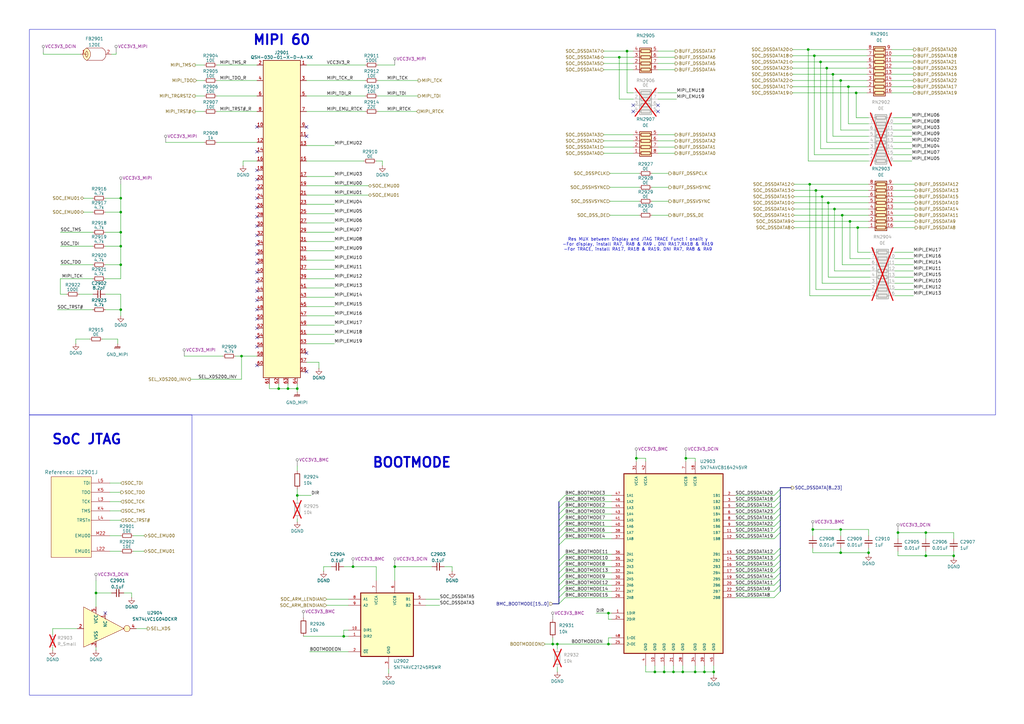
<source format=kicad_sch>
(kicad_sch (version 20250114) (generator "eeschema") (generator_version "9.0")
  (paper "A3")
  (title_block (title "Barre de son (base saine)") (date "2025-05-16") (rev "1.0") (company "NDH"))
  (lib_symbols
    (symbol "Device:C_Small" (pin_numbers (hide yes)) (pin_names (offset 0.254) (hide yes))
      (property "Reference" "C" (at 0.254 1.778 0))
      (property "Value" "C_Small" (at 0.254 -2.032 0))
      (symbol "C_Small_1_1"
        (pin passive line (at 0 2.54 270) (length 2.032) (name "~") (number "1"))
        (pin passive line (at 0 -2.54 90) (length 2.032) (name "~") (number "2"))
      )
    )
    (symbol "Device:R" (pin_numbers (hide yes)) (pin_names (offset 0))
      (property "Reference" "R" (at 2.032 0 90))
      (property "Value" "R" (at 0 0 90))
      (symbol "R_1_1"
        (pin passive line (at 0 3.81 270) (length 1.27) (name "~") (number "1"))
        (pin passive line (at 0 -3.81 90) (length 1.27) (name "~") (number "2"))
      )
    )
    (symbol "Device:R_Pack04" (pin_names (offset 0) (hide yes))
      (property "Reference" "RN" (at -7.62 0 90))
      (property "Value" "R_Pack04" (at 5.08 0 90))
      (symbol "R_Pack04_1_1"
        (pin passive line (at -5.08 5.08 270) (length 2.54) (name "R1.2") (number "8"))
        (pin passive line (at -5.08 -5.08 90) (length 2.54) (name "R1.1") (number "1"))
        (pin passive line (at -2.54 5.08 270) (length 2.54) (name "R2.2") (number "7"))
        (pin passive line (at -2.54 -5.08 90) (length 2.54) (name "R2.1") (number "2"))
        (pin passive line (at 0 5.08 270) (length 2.54) (name "R3.2") (number "6"))
        (pin passive line (at 0 -5.08 90) (length 2.54) (name "R3.1") (number "3"))
        (pin passive line (at 2.54 5.08 270) (length 2.54) (name "R4.2") (number "5"))
        (pin passive line (at 2.54 -5.08 90) (length 2.54) (name "R4.1") (number "4"))
      )
    )
    (symbol "Device:R_Pack08" (pin_names (offset 0) (hide yes))
      (property "Reference" "RN" (at -12.7 0 90))
      (property "Value" "R_Pack08" (at 10.16 0 90))
      (symbol "R_Pack08_1_1"
        (pin passive line (at -10.16 5.08 270) (length 2.54) (name "R1.2") (number "16"))
        (pin passive line (at -10.16 -5.08 90) (length 2.54) (name "R1.1") (number "1"))
        (pin passive line (at -7.62 5.08 270) (length 2.54) (name "R2.2") (number "15"))
        (pin passive line (at -7.62 -5.08 90) (length 2.54) (name "R2.1") (number "2"))
        (pin passive line (at -5.08 5.08 270) (length 2.54) (name "R3.2") (number "14"))
        (pin passive line (at -5.08 -5.08 90) (length 2.54) (name "R3.1") (number "3"))
        (pin passive line (at -2.54 5.08 270) (length 2.54) (name "R4.2") (number "13"))
        (pin passive line (at -2.54 -5.08 90) (length 2.54) (name "R4.1") (number "4"))
        (pin passive line (at 0 5.08 270) (length 2.54) (name "R5.2") (number "12"))
        (pin passive line (at 0 -5.08 90) (length 2.54) (name "R5.1") (number "5"))
        (pin passive line (at 2.54 5.08 270) (length 2.54) (name "R6.2") (number "11"))
        (pin passive line (at 2.54 -5.08 90) (length 2.54) (name "R6.1") (number "6"))
        (pin passive line (at 5.08 5.08 270) (length 2.54) (name "R7.2") (number "10"))
        (pin passive line (at 5.08 -5.08 90) (length 2.54) (name "R7.1") (number "7"))
        (pin passive line (at 7.62 5.08 270) (length 2.54) (name "R8.2") (number "9"))
        (pin passive line (at 7.62 -5.08 90) (length 2.54) (name "R8.1") (number "8"))
      )
    )
    (symbol "Device:R_Small" (pin_numbers (hide yes)) (pin_names (offset 0.254) (hide yes))
      (property "Reference" "R" (at 0.762 0.508 0))
      (property "Value" "R_Small" (at 0.762 -1.016 0))
      (symbol "R_Small_1_1"
        (pin passive line (at 0 2.54 270) (length 0.762) (name "~") (number "1"))
        (pin passive line (at 0 -2.54 90) (length 0.762) (name "~") (number "2"))
      )
    )
    (symbol "Libglobal:66AK2G12ABY100" (pin_names (offset 0.254))
      (property "Reference" "U" (at -46.228 -50.8 0) (show_name))
      (symbol "66AK2G12ABY100_1_1"
        (pin bidirectional line (at -68.58 110.49 0) (length 7.62) (name "DDR3_DQS0_P") (number "AD1"))
        (pin bidirectional line (at -68.58 107.95 0) (length 7.62) (name "DDR3_DQS0_N") (number "AE2"))
        (pin bidirectional line (at -68.58 102.87 0) (length 7.62) (name "DDR3_DQS1_P") (number "AD4"))
        (pin bidirectional line (at -68.58 100.33 0) (length 7.62) (name "DDR3_DQS1_N") (number "AE4"))
        (pin bidirectional line (at -68.58 95.25 0) (length 7.62) (name "DDR3_DQS2_P") (number "AE6"))
        (pin bidirectional line (at -68.58 92.71 0) (length 7.62) (name "DDR3_DQS2_N") (number "AD6"))
        (pin bidirectional line (at -68.58 87.63 0) (length 7.62) (name "DDR3_DQS3_P") (number "AE9"))
        (pin bidirectional line (at -68.58 85.09 0) (length 7.62) (name "DDR3_DQS3_N") (number "AD9"))
        (pin bidirectional line (at -68.58 80.01 0) (length 7.62) (name "DDR3_CBDQS_P") (number "AE12"))
        (pin bidirectional line (at -68.58 77.47 0) (length 7.62) (name "DDR3_CBDQS_N") (number "AD12"))
        (pin tri_state line (at -68.58 72.39 0) (length 7.62) (name "DDR3_DQM0") (number "AB4"))
        (pin tri_state line (at -68.58 69.85 0) (length 7.62) (name "DDR3_DQM1") (number "AA5"))
        (pin tri_state line (at -68.58 67.31 0) (length 7.62) (name "DDR3_DQM2") (number "AC8"))
        (pin tri_state line (at -68.58 64.77 0) (length 7.62) (name "DDR3_DQM3") (number "AA9"))
        (pin bidirectional line (at -68.58 58.42 0) (length 7.62) (name "DDR3_CBDQM") (number "Y11"))
        (pin tri_state line (at -68.58 50.8 0) (length 7.62) (name "DDR3_ODT0") (number "AA13"))
        (pin bidirectional line (at -68.58 48.26 0) (length 7.62) (name "DDR3_ODT1") (number "Y12"))
        (pin bidirectional line (at -68.58 41.91 0) (length 7.62) (name "DDR3_CB00") (number "AA11"))
        (pin bidirectional line (at -68.58 39.37 0) (length 7.62) (name "DDR3_CB01") (number "AB11"))
        (pin bidirectional line (at -68.58 36.83 0) (length 7.62) (name "DDR3_CB02") (number "AC11"))
        (pin bidirectional line (at -68.58 34.29 0) (length 7.62) (name "DDR3_CB03") (number "AC12"))
        (pin tri_state line (at -68.58 27.94 0) (length 7.62) (name "DDR3_CKE0") (number "AB18"))
        (pin bidirectional line (at -68.58 25.4 0) (length 7.62) (name "DDR3_CKE1") (number "AC18"))
        (pin tri_state line (at -68.58 19.05 0) (length 7.62) (name "DDR3_CEn0") (number "AD13"))
        (pin bidirectional line (at -68.58 16.51 0) (length 7.62) (name "DDR3_CEn1") (number "AB12"))
        (pin tri_state line (at -68.58 10.16 0) (length 7.62) (name "DDR_CLK_N") (number "AD24"))
        (pin tri_state line (at -68.58 7.62 0) (length 7.62) (name "DDR_CLK_P") (number "AE24"))
        (pin tri_state line (at -68.58 1.27 0) (length 7.62) (name "DDR3_CLKOUT_P0") (number "AE15"))
        (pin tri_state line (at -68.58 -1.27 0) (length 7.62) (name "DDR3_CLKOUT_N0") (number "AD15"))
        (pin tri_state line (at -68.58 -7.62 0) (length 7.62) (name "DDR3_CLKOUT_P1") (number "AE16"))
        (pin tri_state line (at -68.58 -10.16 0) (length 7.62) (name "DDR3_CLKOUT_N1") (number "AD16"))
        (pin unspecified line (at -68.58 -16.51 0) (length 7.62) (name "DDR3_RZQ0") (number "W12"))
        (pin unspecified line (at -68.58 -19.05 0) (length 7.62) (name "DDR3_RZQ1") (number "V9"))
        (pin tri_state line (at -68.58 -25.4 0) (length 7.62) (name "DDR3_CASn") (number "AC13"))
        (pin tri_state line (at -68.58 -27.94 0) (length 7.62) (name "DDR3_RASn") (number "AE13"))
        (pin tri_state line (at -68.58 -34.29 0) (length 7.62) (name "DDR3_WEn") (number "Y13"))
        (pin tri_state line (at -68.58 -40.64 0) (length 7.62) (name "DDR3_RESETn") (number "Y18"))
        (pin tri_state line (at 2.54 110.49 180) (length 7.62) (name "DDR3_A00") (number "AC15"))
        (pin tri_state line (at 2.54 107.95 180) (length 7.62) (name "DDR3_A01") (number "Y15"))
        (pin tri_state line (at 2.54 105.41 180) (length 7.62) (name "DDR3_A02") (number "AC16"))
        (pin tri_state line (at 2.54 102.87 180) (length 7.62) (name "DDR3_A03") (number "AA15"))
        (pin tri_state line (at 2.54 100.33 180) (length 7.62) (name "DDR3_A04") (number "AB16"))
        (pin tri_state line (at 2.54 97.79 180) (length 7.62) (name "DDR3_A05") (number "AE17"))
        (pin tri_state line (at 2.54 95.25 180) (length 7.62) (name "DDR3_A06") (number "AC14"))
        (pin tri_state line (at 2.54 92.71 180) (length 7.62) (name "DDR3_A07") (number "AB15"))
        (pin tri_state line (at 2.54 90.17 180) (length 7.62) (name "DDR3_A08") (number "AC17"))
        (pin tri_state line (at 2.54 87.63 180) (length 7.62) (name "DDR3_A09") (number "AB17"))
        (pin tri_state line (at 2.54 85.09 180) (length 7.62) (name "DDR3_A10") (number "AB14"))
        (pin tri_state line (at 2.54 82.55 180) (length 7.62) (name "DDR3_A11") (number "AA16"))
        (pin tri_state line (at 2.54 80.01 180) (length 7.62) (name "DDR3_A12") (number "AA17"))
        (pin tri_state line (at 2.54 77.47 180) (length 7.62) (name "DDR3_A13") (number "AA12"))
        (pin tri_state line (at 2.54 74.93 180) (length 7.62) (name "DDR3_A14") (number "Y17"))
        (pin tri_state line (at 2.54 72.39 180) (length 7.62) (name "DDR3_A15") (number "Y16"))
        (pin tri_state line (at 2.54 66.04 180) (length 7.62) (name "DDR3_BA0") (number "AA14"))
        (pin tri_state line (at 2.54 62.23 180) (length 7.62) (name "DDR3_BA1") (number "AB13"))
        (pin tri_state line (at 2.54 58.42 180) (length 7.62) (name "DDR3_BA2") (number "AD17"))
        (pin bidirectional line (at 2.54 52.07 180) (length 7.62) (name "DDR3_D00") (number "AD2"))
        (pin bidirectional line (at 2.54 49.53 180) (length 7.62) (name "DDR3_D01") (number "Y4"))
        (pin bidirectional line (at 2.54 46.99 180) (length 7.62) (name "DDR3_D02") (number "AC3"))
        (pin bidirectional line (at 2.54 44.45 180) (length 7.62) (name "DDR3_D03") (number "AC2"))
        (pin bidirectional line (at 2.54 41.91 180) (length 7.62) (name "DDR3_D04") (number "AE3"))
        (pin bidirectional line (at 2.54 39.37 180) (length 7.62) (name "DDR3_D05") (number "AA4"))
        (pin bidirectional line (at 2.54 36.83 180) (length 7.62) (name "DDR3_D06") (number "AD3"))
        (pin bidirectional line (at 2.54 34.29 180) (length 7.62) (name "DDR3_D07") (number "AB3"))
        (pin bidirectional line (at 2.54 29.21 180) (length 7.62) (name "DDR3_D08") (number "AA6"))
        (pin bidirectional line (at 2.54 26.67 180) (length 7.62) (name "DDR3_D09") (number "Y7"))
        (pin bidirectional line (at 2.54 24.13 180) (length 7.62) (name "DDR3_D10") (number "Y6"))
        (pin bidirectional line (at 2.54 21.59 180) (length 7.62) (name "DDR3_D11") (number "AC5"))
        (pin bidirectional line (at 2.54 19.05 180) (length 7.62) (name "DDR3_D12") (number "AB6"))
        (pin bidirectional line (at 2.54 16.51 180) (length 7.62) (name "DDR3_D13") (number "Y5"))
        (pin bidirectional line (at 2.54 13.97 180) (length 7.62) (name "DDR3_D14") (number "AC4"))
        (pin bidirectional line (at 2.54 11.43 180) (length 7.62) (name "DDR3_D15") (number "AB5"))
        (pin bidirectional line (at 2.54 6.35 180) (length 7.62) (name "DDR3_D16") (number "AB7"))
        (pin bidirectional line (at 2.54 3.81 180) (length 7.62) (name "DDR3_D17") (number "AB8"))
        (pin bidirectional line (at 2.54 1.27 180) (length 7.62) (name "DDR3_D18") (number "AC7"))
        (pin bidirectional line (at 2.54 -1.27 180) (length 7.62) (name "DDR3_D19") (number "AA7"))
        (pin bidirectional line (at 2.54 -3.81 180) (length 7.62) (name "DDR3_D20") (number "AA8"))
        (pin bidirectional line (at 2.54 -6.35 180) (length 7.62) (name "DDR3_D21") (number "AC6"))
        (pin bidirectional line (at 2.54 -8.89 180) (length 7.62) (name "DDR3_D22") (number "AE7"))
        (pin bidirectional line (at 2.54 -11.43 180) (length 7.62) (name "DDR3_D23") (number "AD7"))
        (pin bidirectional line (at 2.54 -16.51 180) (length 7.62) (name "DDR3_D24") (number "AA10"))
        (pin bidirectional line (at 2.54 -19.05 180) (length 7.62) (name "DDR3_D25") (number "AE10"))
        (pin bidirectional line (at 2.54 -21.59 180) (length 7.62) (name "DDR3_D26") (number "AD10"))
        (pin bidirectional line (at 2.54 -24.13 180) (length 7.62) (name "DDR3_D27") (number "AC10"))
        (pin bidirectional line (at 2.54 -26.67 180) (length 7.62) (name "DDR3_D28") (number "AC9"))
        (pin bidirectional line (at 2.54 -29.21 180) (length 7.62) (name "DDR3_D29") (number "AB10"))
        (pin bidirectional line (at 2.54 -31.75 180) (length 7.62) (name "DDR3_D30") (number "AB9"))
        (pin bidirectional line (at 2.54 -34.29 180) (length 7.62) (name "DDR3_D31") (number "Y8"))
      )
      (symbol "66AK2G12ABY100_2_1"
        (pin bidirectional line (at -6.35 44.45 180) (length 7.62) (name "DSS_DATA0") (number "V22"))
        (pin bidirectional line (at -6.35 41.91 180) (length 7.62) (name "DSS_DATA1") (number "U21"))
        (pin bidirectional line (at -6.35 39.37 180) (length 7.62) (name "DSS_DATA2") (number "W22"))
        (pin bidirectional line (at -6.35 36.83 180) (length 7.62) (name "DSS_DATA3") (number "V23"))
        (pin bidirectional line (at -6.35 34.29 180) (length 7.62) (name "DSS_DATA4") (number "U23"))
        (pin bidirectional line (at -6.35 31.75 180) (length 7.62) (name "DSS_DATA5") (number "V24"))
        (pin bidirectional line (at -6.35 29.21 180) (length 7.62) (name "DSS_DATA6") (number "T21"))
        (pin bidirectional line (at -6.35 26.67 180) (length 7.62) (name "DSS_DATA7") (number "U22"))
        (pin bidirectional line (at -6.35 24.13 180) (length 7.62) (name "DSS_DATA8") (number "T22"))
        (pin bidirectional line (at -6.35 21.59 180) (length 7.62) (name "DSS_DATA9") (number "R21"))
        (pin bidirectional line (at -6.35 19.05 180) (length 7.62) (name "DSS_DATA10") (number "U24"))
        (pin bidirectional line (at -6.35 16.51 180) (length 7.62) (name "DSS_DATA11") (number "V25"))
        (pin bidirectional line (at -6.35 13.97 180) (length 7.62) (name "DSS_DATA12") (number "T24"))
        (pin bidirectional line (at -6.35 11.43 180) (length 7.62) (name "DSS_DATA13") (number "P21"))
        (pin bidirectional line (at -6.35 8.89 180) (length 7.62) (name "DSS_DATA14") (number "U25"))
        (pin bidirectional line (at -6.35 6.35 180) (length 7.62) (name "DSS_DATA15") (number "R22"))
        (pin bidirectional line (at -6.35 3.81 180) (length 7.62) (name "DSS_DATA16") (number "P23"))
        (pin bidirectional line (at -6.35 1.27 180) (length 7.62) (name "DSS_DATA17") (number "R24"))
        (pin bidirectional line (at -6.35 -1.27 180) (length 7.62) (name "DSS_DATA18") (number "N22"))
        (pin bidirectional line (at -6.35 -3.81 180) (length 7.62) (name "DSS_DATA19") (number "T25"))
        (pin bidirectional line (at -6.35 -6.35 180) (length 7.62) (name "DSS_DATA20") (number "N24"))
        (pin bidirectional line (at -6.35 -8.89 180) (length 7.62) (name "DSS_DATA21") (number "P24"))
        (pin bidirectional line (at -6.35 -11.43 180) (length 7.62) (name "DSS_DATA22") (number "P25"))
        (pin bidirectional line (at -6.35 -13.97 180) (length 7.62) (name "DSS_DATA23") (number "N23"))
        (pin bidirectional line (at -6.35 -20.32 180) (length 7.62) (name "DSS_VSYNC") (number "R25"))
        (pin bidirectional line (at -6.35 -24.13 180) (length 7.62) (name "DSS_HSYNC") (number "P22"))
        (pin bidirectional line (at -6.35 -27.94 180) (length 7.62) (name "DSS_PCLK") (number "N25"))
        (pin bidirectional line (at -6.35 -31.75 180) (length 7.62) (name "DSS_FID") (number "L25"))
        (pin bidirectional line (at -6.35 -35.56 180) (length 7.62) (name "DSS_DE") (number "M25"))
        (pin bidirectional line (at -6.35 -41.91 180) (length 7.62) (name "PR1_MDIO_DATA") (number "E18"))
      )
      (symbol "66AK2G12ABY100_3_1"
        (pin bidirectional line (at 1.27 71.12 180) (length 7.62) (name "PR1_PRU1_GPO0/PR1_PRU1_GPI0/GPIO1_26") (number "A14"))
        (pin bidirectional line (at 1.27 66.04 180) (length 7.62) (name "PR1_PRU1_GPO1/PR1_PRU1_GPI1/GPIO1_27") (number "B14"))
        (pin bidirectional line (at 1.27 60.96 180) (length 7.62) (name "PR1_PRU1_GPO2/PR1_PRU1_GPI2/GPIO1_28") (number "C14"))
        (pin bidirectional line (at 1.27 55.88 180) (length 7.62) (name "PR1_PRU1_GPO3/PR1_PRU1_GPI3/GPIO1_29") (number "E14"))
        (pin bidirectional line (at 1.27 50.8 180) (length 7.62) (name "PR1_PRU1_GPO4/PR1_PRU1_GPI4/GPIO1_30") (number "D14"))
        (pin bidirectional line (at 1.27 45.72 180) (length 7.62) (name "PR1_PRU1_GPO5/PR1_PRU1_GPI5/GPIO1_31") (number "A15"))
        (pin bidirectional line (at 1.27 40.64 180) (length 7.62) (name "PR1_PRU1_GPO6/PR1_PRU1_GPI6/GPIO1_32") (number "F14"))
        (pin bidirectional line (at 1.27 35.56 180) (length 7.62) (name "PR1_PRU1_GPO7/PR1_PRU1_GPI7/GPIO1_33") (number "B15"))
        (pin bidirectional line (at 1.27 30.48 180) (length 7.62) (name "PR1_PRU1_GPO8/PR1_PRU1_GPI8/GPIO1_34") (number "C15"))
        (pin bidirectional line (at 1.27 25.4 180) (length 7.62) (name "PR1_PRU1_GPO15/PR1_PRU1_GPI15/GPIO1_41") (number "C18"))
        (pin bidirectional line (at 1.27 19.05 180) (length 7.62) (name "PR1_PRU1_GPO16/PR1_PRU1_GPI16/GPIO1_42") (number "D16"))
        (pin bidirectional line (at 1.27 8.89 180) (length 7.62) (name "GPMC_BEn1/GPIO0_21") (number "AB24"))
        (pin bidirectional line (at 1.27 3.81 180) (length 7.62) (name "GPMC_CLK/GPIO0_16") (number "AB23"))
        (pin bidirectional line (at 1.27 -5.08 180) (length 7.62) (name "MII_RXER/RMII_RXER/GPIO0_82") (number "F23"))
        (pin bidirectional line (at 1.27 -11.43 180) (length 7.62) (name "MII_COL/GPIO0_83") (number "B25"))
        (pin bidirectional line (at 1.27 -17.78 180) (length 7.62) (name "MII_CRS/RMII_CRS_DV/GPIO0_84") (number "G22"))
        (pin bidirectional line (at 1.27 -29.21 180) (length 7.62) (name "SPI3_SCSn1/PR0_UART0_RXD/GPIO0_87") (number "E25"))
        (pin bidirectional line (at 1.27 -36.83 180) (length 7.62) (name "SPI1_SCSn1/GPIO0_100") (number "N3"))
      )
      (symbol "66AK2G12ABY100_4_1"
        (pin bidirectional line (at -15.24 -25.4 180) (length 7.62) (name "SPI0_SOMI") (number "M1"))
        (pin bidirectional line (at -15.24 -30.48 180) (length 7.62) (name "SPI0_SIMO") (number "N4"))
        (pin bidirectional line (at -15.24 -35.56 180) (length 7.62) (name "SPI0_CLK") (number "M2"))
        (pin bidirectional line (at -15.24 -40.64 180) (length 7.62) (name "SPI0_SCSn0") (number "M3"))
        (pin bidirectional line (at -15.24 -45.72 180) (length 7.62) (name "SPI0_SCSn1") (number "M4"))
      )
      (symbol "66AK2G12ABY100_5_1"
        (pin bidirectional line (at -7.62 31.75 180) (length 7.62) (name "GPMC_AD0") (number "AC21"))
        (pin bidirectional line (at -7.62 29.21 180) (length 7.62) (name "GPMC_AD1") (number "AE20"))
        (pin bidirectional line (at -7.62 26.67 180) (length 7.62) (name "GPMC_AD2") (number "AD22"))
        (pin bidirectional line (at -7.62 24.13 180) (length 7.62) (name "GPMC_AD3") (number "AD20"))
        (pin bidirectional line (at -7.62 21.59 180) (length 7.62) (name "GPMC_AD4") (number "AE21"))
        (pin bidirectional line (at -7.62 19.05 180) (length 7.62) (name "GPMC_AD5") (number "AE22"))
        (pin bidirectional line (at -7.62 16.51 180) (length 7.62) (name "GPMC_AD6") (number "AC20"))
        (pin bidirectional line (at -7.62 13.97 180) (length 7.62) (name "GPMC_AD7") (number "AD21"))
        (pin bidirectional line (at -7.62 11.43 180) (length 7.62) (name "GPMC_AD8") (number "AE23"))
        (pin bidirectional line (at -7.62 8.89 180) (length 7.62) (name "GPMC_AD9") (number "AB20"))
        (pin bidirectional line (at -7.62 6.35 180) (length 7.62) (name "GPMC_AD10") (number "AA20"))
        (pin bidirectional line (at -7.62 3.81 180) (length 7.62) (name "GPMC_AD11") (number "AD23"))
        (pin bidirectional line (at -7.62 1.27 180) (length 7.62) (name "GPMC_AD12") (number "AA21"))
        (pin bidirectional line (at -7.62 -1.27 180) (length 7.62) (name "GPMC_AD13") (number "AB21"))
        (pin bidirectional line (at -7.62 -3.81 180) (length 7.62) (name "GPMC_AD14") (number "AB22"))
        (pin bidirectional line (at -7.62 -6.35 180) (length 7.62) (name "GPMC_AD15") (number "AA22"))
        (pin bidirectional line (at -7.62 -16.51 180) (length 7.62) (name "GPMC_ADVn_ALE") (number "AC23"))
        (pin bidirectional line (at -7.62 -19.05 180) (length 7.62) (name "GPMC_OEn_REn") (number "AC22"))
        (pin bidirectional line (at -7.62 -21.59 180) (length 7.62) (name "GPMC_WEn") (number "Y22"))
        (pin bidirectional line (at -7.62 -24.13 180) (length 7.62) (name "GPMC_BEn0_CLE") (number "AC24"))
        (pin bidirectional line (at -7.62 -26.67 180) (length 7.62) (name "GPMC_WAIT0") (number "Y24"))
        (pin bidirectional line (at -7.62 -36.83 180) (length 7.62) (name "GPMC_WPn") (number "W25"))
        (pin bidirectional line (at -7.62 -43.18 180) (length 7.62) (name "GPMC_CSn0") (number "AB25"))
      )
      (symbol "66AK2G12ABY100_6_1"
        (pin bidirectional line (at -11.43 8.89 180) (length 7.62) (name "MMC1_DAT0") (number "H3"))
        (pin bidirectional line (at -11.43 3.81 180) (length 7.62) (name "MMC1_DAT1") (number "F5"))
        (pin bidirectional line (at -11.43 -1.27 180) (length 7.62) (name "MMC1_DAT2") (number "J5"))
        (pin bidirectional line (at -11.43 -6.35 180) (length 7.62) (name "MMC1_DAT3") (number "H4"))
        (pin bidirectional line (at -11.43 -11.43 180) (length 7.62) (name "MMC1_DAT4") (number "E3"))
        (pin bidirectional line (at -11.43 -13.97 180) (length 7.62) (name "MMC1_DAT5") (number "G4"))
        (pin bidirectional line (at -11.43 -16.51 180) (length 7.62) (name "MMC1_DAT6") (number "F4"))
        (pin bidirectional line (at -11.43 -19.05 180) (length 7.62) (name "MMC1_DAT7") (number "G5"))
        (pin bidirectional line (at -11.43 -24.13 180) (length 7.62) (name "MMC1_CLK") (number "J4"))
        (pin bidirectional line (at -11.43 -29.21 180) (length 7.62) (name "MMC1_CMD") (number "J2"))
        (pin bidirectional line (at -11.43 -34.29 180) (length 7.62) (name "MMC1_POW") (number "K2"))
        (pin bidirectional line (at -11.43 -36.83 180) (length 7.62) (name "MMC1_SDCD") (number "J3"))
        (pin bidirectional line (at -11.43 -43.18 180) (length 7.62) (name "MMC1_SDWP") (number "K3"))
      )
      (symbol "66AK2G12ABY100_7_1"
        (pin bidirectional line (at -13.97 29.21 180) (length 7.62) (name "MII_TXD0") (number "G23"))
        (pin bidirectional line (at -13.97 24.13 180) (length 7.62) (name "MII_TXD1") (number "G24"))
        (pin bidirectional line (at -13.97 19.05 180) (length 7.62) (name "MII_TXD2") (number "G25"))
        (pin bidirectional line (at -13.97 13.97 180) (length 7.62) (name "MII_TXD3") (number "D25"))
        (pin bidirectional line (at -13.97 6.35 180) (length 7.62) (name "MII_TXCLK") (number "C25"))
        (pin bidirectional line (at -13.97 1.27 180) (length 7.62) (name "MII_TXEN") (number "H25"))
        (pin bidirectional line (at -13.97 -6.35 180) (length 7.62) (name "MDIO_CLK") (number "U3"))
        (pin bidirectional line (at -13.97 -10.16 180) (length 7.62) (name "MDIO_DATA") (number "V3"))
        (pin bidirectional line (at -13.97 -17.78 180) (length 7.62) (name "MII_RXCLK") (number "A22"))
        (pin bidirectional line (at -13.97 -22.86 180) (length 7.62) (name "MII_RXDV") (number "A24"))
        (pin bidirectional line (at -13.97 -30.48 180) (length 7.62) (name "MII_RXD0") (number "B24"))
        (pin bidirectional line (at -13.97 -35.56 180) (length 7.62) (name "MII_RXD1") (number "C23"))
        (pin bidirectional line (at -13.97 -40.64 180) (length 7.62) (name "MII_RXD2") (number "B23"))
        (pin bidirectional line (at -13.97 -45.72 180) (length 7.62) (name "MII_RXD3") (number "F22"))
      )
      (symbol "66AK2G12ABY100_8_1"
        (pin input line (at -10.16 -5.08 180) (length 7.62) (name "NMIn") (number "W1"))
        (pin input line (at -10.16 -10.16 180) (length 7.62) (name "PORn") (number "AA3"))
        (pin input line (at -10.16 -15.24 180) (length 7.62) (name "LRESETNMIENn") (number "V1"))
        (pin input line (at -10.16 -20.32 180) (length 7.62) (name "LRESETn") (number "V2"))
        (pin input line (at -10.16 -25.4 180) (length 7.62) (name "RESETn") (number "W3"))
        (pin input line (at -10.16 -30.48 180) (length 7.62) (name "RESETFULLn") (number "W2"))
        (pin output line (at -10.16 -38.1 180) (length 7.62) (name "RESETSTATn") (number "Y2"))
        (pin tri_state line (at -10.16 -45.72 180) (length 7.62) (name "BOOTCOMPLETE") (number "Y3"))
      )
      (symbol "66AK2G12ABY100_9_1"
        (pin input line (at -69.85 8.89 0) (length 7.62) (name "AUDOSC_IN") (number "C17"))
        (pin output line (at -69.85 3.81 0) (length 7.62) (name "AUDOSC_OUT") (number "A17"))
        (pin power_in line (at -69.85 -1.27 0) (length 7.62) (name "VSS_OSC_AUDIO") (number "B17"))
        (pin output line (at -69.85 -12.7 0) (length 7.62) (name "USB1_XO") (number "C20"))
        (pin output line (at -69.85 -17.78 0) (length 7.62) (name "USB0_XO") (number "D19"))
        (pin tri_state line (at -69.85 -26.67 0) (length 7.62) (name "OBSPLL_LOCK") (number "N5"))
        (pin output line (at -69.85 -30.48 0) (length 7.62) (name "OBSCLK_P") (number "K1"))
        (pin output line (at -69.85 -34.29 0) (length 7.62) (name "OBSCLK_N") (number "L1"))
        (pin output line (at -69.85 -44.45 0) (length 7.62) (name "RMII_REFCLK/PR0_eCAP0_eCAP_SYNCOUT") (number "D24"))
        (pin input line (at 6.35 8.89 180) (length 7.62) (name "SYSOSC_IN") (number "AC19"))
        (pin output line (at 6.35 3.81 180) (length 7.62) (name "SYSOSC_OUT") (number "AE19"))
        (pin power_in line (at 6.35 -1.27 180) (length 7.62) (name "VSS_OSC_SYS") (number "AD19"))
        (pin input line (at 6.35 -10.16 180) (length 7.62) (name "SYSCLK_P") (number "AD25"))
        (pin input line (at 6.35 -15.24 180) (length 7.62) (name "SYSCLK_N") (number "AC25"))
        (pin input line (at 6.35 -24.13 180) (length 7.62) (name "SYSCLKSEL") (number "R1"))
        (pin tri_state line (at 6.35 -30.48 180) (length 7.62) (name "SYSCLKOUT") (number "M21"))
        (pin input line (at 6.35 -39.37 180) (length 7.62) (name "CPTS_REFCLK_P") (number "K21"))
        (pin input line (at 6.35 -44.45 180) (length 7.62) (name "CPTS_REFCLK_N") (number "L21"))
      )
      (symbol "66AK2G12ABY100_10_1"
        (pin input line (at -17.78 -17.78 180) (length 7.62) (name "TDI") (number "L5"))
        (pin tri_state line (at -17.78 -21.59 180) (length 7.62) (name "TDO") (number "K5"))
        (pin input line (at -17.78 -25.4 180) (length 7.62) (name "TCK") (number "L3"))
        (pin input line (at -17.78 -29.21 180) (length 7.62) (name "TMS") (number "K4"))
        (pin input line (at -17.78 -33.02 180) (length 7.62) (name "TRSTn") (number "L4"))
        (pin bidirectional line (at -17.78 -39.37 180) (length 7.62) (name "EMU00") (number "M22"))
        (pin bidirectional line (at -17.78 -45.72 180) (length 7.62) (name "EMU01") (number "L22"))
      )
      (symbol "66AK2G12ABY100_11_1"
        (pin bidirectional line (at -10.16 5.08 180) (length 7.62) (name "MLBP_DAT_P") (number "K23"))
        (pin bidirectional line (at -10.16 0 180) (length 7.62) (name "MLBP_DAT_N") (number "K22"))
        (pin bidirectional line (at -10.16 -6.35 180) (length 7.62) (name "MLBP_SIG_P") (number "L24"))
        (pin bidirectional line (at -10.16 -11.43 180) (length 7.62) (name "MLBP_SIG_N") (number "M24"))
        (pin input line (at -10.16 -19.05 180) (length 7.62) (name "MLBP_CLK_P") (number "M23"))
        (pin input line (at -10.16 -24.13 180) (length 7.62) (name "MLBP_CLK_N") (number "L23"))
        (pin bidirectional line (at -10.16 -34.29 180) (length 7.62) (name "GPMC_WAIT1") (number "AA24"))
        (pin bidirectional line (at -10.16 -39.37 180) (length 7.62) (name "GPMC_DIR") (number "AA25"))
        (pin bidirectional line (at -10.16 -44.45 180) (length 7.62) (name "GPMC_CSn1") (number "W24"))
      )
      (symbol "66AK2G12ABY100_12_1"
        (pin bidirectional line (at -13.97 -13.97 180) (length 7.62) (name "USB1_DP") (number "B20"))
        (pin bidirectional line (at -13.97 -17.78 180) (length 7.62) (name "USB1_DM") (number "A20"))
        (pin unspecified line (at -13.97 -25.4 180) (length 7.62) (name "USB1_ID") (number "E20"))
        (pin unspecified line (at -13.97 -30.48 180) (length 7.62) (name "USB1_VBUS") (number "A21"))
        (pin tri_state line (at -13.97 -38.1 180) (length 7.62) (name "USB1_DRVVBUS") (number "B21"))
        (pin unspecified line (at -13.97 -45.72 180) (length 7.62) (name "USB1_TXRTUNE_RKELVIN") (number "D20"))
      )
      (symbol "66AK2G12ABY100_13_1"
        (pin bidirectional line (at -16.51 -38.1 180) (length 7.62) (name "I2C0_SCL") (number "U5"))
        (pin bidirectional line (at -16.51 -45.72 180) (length 7.62) (name "I2C0_SDA") (number "W5"))
      )
      (symbol "66AK2G12ABY100_14_1"
        (pin bidirectional line (at -7.62 -7.62 180) (length 7.62) (name "QSPI_D0") (number "J23"))
        (pin bidirectional line (at -7.62 -11.43 180) (length 7.62) (name "QSPI_D1") (number "J22"))
        (pin bidirectional line (at -7.62 -15.24 180) (length 7.62) (name "QSPI_D2") (number "J21"))
        (pin bidirectional line (at -7.62 -19.05 180) (length 7.62) (name "QSPI_D3") (number "J24"))
        (pin bidirectional line (at -7.62 -25.4 180) (length 7.62) (name "QSPI_CSn0") (number "J25"))
        (pin bidirectional line (at -7.62 -31.75 180) (length 7.62) (name "QSPI_CLK") (number "K25"))
        (pin bidirectional line (at -7.62 -38.1 180) (length 7.62) (name "QSPI_RCLK") (number "K24"))
        (pin bidirectional line (at -7.62 -45.72 180) (length 7.62) (name "QSPI_CSn1") (number "H23"))
      )
      (symbol "66AK2G12ABY100_15_1"
        (pin tri_state line (at -15.24 -34.29 180) (length 7.62) (name "UART0_TXD") (number "T1"))
        (pin input line (at -15.24 -38.1 180) (length 7.62) (name "UART0_RXD") (number "T4"))
        (pin bidirectional line (at -15.24 -41.91 180) (length 7.62) (name "UART0_CTSn") (number "T2"))
        (pin bidirectional line (at -15.24 -45.72 180) (length 7.62) (name "UART0_RTSn") (number "U1"))
      )
      (symbol "66AK2G12ABY100_16_1"
        (pin output line (at -13.97 -6.35 180) (length 7.62) (name "PCIE_TXP0") (number "G1"))
        (pin output line (at -13.97 -11.43 180) (length 7.62) (name "PCIE_TXN0") (number "H1"))
        (pin input line (at -13.97 -19.05 180) (length 7.62) (name "PCIE_RXP0") (number "E1"))
        (pin input line (at -13.97 -24.13 180) (length 7.62) (name "PCIE_RXN0") (number "D1"))
        (pin input line (at -13.97 -31.75 180) (length 7.62) (name "PCIE_CLK_P") (number "G2"))
        (pin input line (at -13.97 -35.56 180) (length 7.62) (name "PCIE_CLK_N") (number "F2"))
        (pin unspecified line (at -13.97 -43.18 180) (length 7.62) (name "PCIE_REFRES") (number "H7"))
      )
      (symbol "66AK2G12ABY100_17_1"
        (pin bidirectional line (at -8.89 -30.48 180) (length 7.62) (name "DCAN0_TX") (number "P5"))
        (pin bidirectional line (at -8.89 -35.56 180) (length 7.62) (name "DCAN0_RX") (number "R5"))
        (pin bidirectional line (at -8.89 -43.18 180) (length 7.62) (name "QSPI_CSn2") (number "H22"))
        (pin bidirectional line (at -8.89 -46.99 180) (length 7.62) (name "QSPI_CSn3") (number "H21"))
      )
      (symbol "66AK2G12ABY100_18_1"
        (pin bidirectional line (at -6.35 3.81 180) (length 7.62) (name "eHRPWM3_A") (number "A23"))
        (pin bidirectional line (at -6.35 0 180) (length 7.62) (name "eHRPWM3_B") (number "B22"))
        (pin bidirectional line (at -6.35 -3.81 180) (length 7.62) (name "MII_TXER") (number "H24"))
        (pin bidirectional line (at -6.35 -7.62 180) (length 7.62) (name "eHRPWM3_SYNCO") (number "D23"))
        (pin bidirectional line (at -6.35 -11.43 180) (length 7.62) (name "eHRPWM3_SYNCI") (number "C22"))
        (pin bidirectional line (at -6.35 -17.78 180) (length 7.62) (name "PR1_PRU0_GPO18") (number "D12"))
        (pin bidirectional line (at -6.35 -21.59 180) (length 7.62) (name "PR1_PRU0_GPO19") (number "D13"))
        (pin bidirectional line (at -6.35 -25.4 180) (length 7.62) (name "PR1_PRU0_GPO17") (number "E13"))
        (pin bidirectional line (at -6.35 -31.75 180) (length 7.62) (name "PR1_PRU1_GPO18") (number "E17"))
        (pin bidirectional line (at -6.35 -35.56 180) (length 7.62) (name "PR1_PRU1_GPO19") (number "E16"))
        (pin bidirectional line (at -6.35 -39.37 180) (length 7.62) (name "PR1_PRU1_GPO17") (number "F16"))
        (pin bidirectional line (at -6.35 -45.72 180) (length 7.62) (name "PR1_MDIO_MDCLK") (number "D18"))
      )
      (symbol "66AK2G12ABY100_19_1"
        (pin unspecified line (at -8.89 -3.81 180) (length 7.62) (name "RSV1") (number "AA19"))
        (pin input line (at -8.89 -7.62 180) (length 7.62) (name "RSV2") (number "AB19"))
        (pin unspecified line (at -8.89 -11.43 180) (length 7.62) (name "RSV3") (number "Y20"))
        (pin unspecified line (at -8.89 -15.24 180) (length 7.62) (name "RSV4") (number "W19"))
        (pin unspecified line (at -8.89 -19.05 180) (length 7.62) (name "RSV5") (number "D2"))
        (pin input line (at -8.89 -22.86 180) (length 7.62) (name "RSV6") (number "L2"))
        (pin unspecified line (at -8.89 -26.67 180) (length 7.62) (name "RSV7") (number "G3"))
        (pin unspecified line (at -8.89 -30.48 180) (length 7.62) (name "RSV8") (number "F18"))
        (pin unspecified line (at -8.89 -34.29 180) (length 7.62) (name "RSV9") (number "H2"))
        (pin tri_state line (at -8.89 -38.1 180) (length 7.62) (name "RSV10") (number "AA18"))
        (pin tri_state line (at -8.89 -41.91 180) (length 7.62) (name "RSV11") (number "Y19"))
        (pin unspecified line (at -8.89 -45.72 180) (length 7.62) (name "RSV12") (number "Y14"))
      )
      (symbol "66AK2G12ABY100_20_1"
        (pin power_in line (at -57.15 46.99 0) (length 7.62) (name "CVDD") (number "N14"))
        (pin power_in line (at -57.15 43.18 0) (length 7.62) (name "CVDD") (number "N12"))
        (pin power_in line (at -57.15 39.37 0) (length 7.62) (name "CVDD") (number "N10"))
        (pin power_in line (at -57.15 35.56 0) (length 7.62) (name "CVDD") (number "M17"))
        (pin power_in line (at -57.15 31.75 0) (length 7.62) (name "CVDD") (number "M15"))
        (pin power_in line (at -57.15 27.94 0) (length 7.62) (name "CVDD") (number "M13"))
        (pin power_in line (at -57.15 24.13 0) (length 7.62) (name "CVDD") (number "M11"))
        (pin power_in line (at -57.15 20.32 0) (length 7.62) (name "CVDD") (number "M9"))
        (pin power_in line (at -57.15 16.51 0) (length 7.62) (name "CVDD") (number "L18"))
        (pin power_in line (at -57.15 12.7 0) (length 7.62) (name "CVDD") (number "L16"))
        (pin power_in line (at -57.15 8.89 0) (length 7.62) (name "CVDD") (number "L14"))
        (pin power_in line (at -57.15 5.08 0) (length 7.62) (name "CVDD") (number "L12"))
        (pin power_in line (at -57.15 1.27 0) (length 7.62) (name "CVDD") (number "L10"))
        (pin power_in line (at -57.15 -2.54 0) (length 7.62) (name "CVDD") (number "K17"))
        (pin power_in line (at -57.15 -6.35 0) (length 7.62) (name "CVDD") (number "K15"))
        (pin power_in line (at -57.15 -10.16 0) (length 7.62) (name "CVDD") (number "K13"))
        (pin power_in line (at -57.15 -13.97 0) (length 7.62) (name "CVDD") (number "K11"))
        (pin power_in line (at -57.15 -17.78 0) (length 7.62) (name "CVDD") (number "K9"))
        (pin power_in line (at -57.15 -21.59 0) (length 7.62) (name "CVDD") (number "J16"))
        (pin power_in line (at -57.15 -29.21 0) (length 7.62) (name "CVDD1") (number "T13"))
        (pin power_in line (at -57.15 -33.02 0) (length 7.62) (name "CVDD1") (number "N18"))
        (pin power_in line (at -57.15 -36.83 0) (length 7.62) (name "CVDD1") (number "N8"))
        (pin power_in line (at -57.15 -40.64 0) (length 7.62) (name "CVDD1") (number "J12"))
        (pin power_in line (at -57.15 -44.45 0) (length 7.62) (name "CVDD1") (number "M5"))
        (pin power_in line (at -6.35 46.99 180) (length 7.62) (name "CVDD") (number "N16"))
        (pin power_in line (at -6.35 43.18 180) (length 7.62) (name "CVDD") (number "P9"))
        (pin power_in line (at -6.35 39.37 180) (length 7.62) (name "CVDD") (number "P11"))
        (pin power_in line (at -6.35 35.56 180) (length 7.62) (name "CVDD") (number "P13"))
        (pin power_in line (at -6.35 31.75 180) (length 7.62) (name "CVDD") (number "P15"))
        (pin power_in line (at -6.35 27.94 180) (length 7.62) (name "CVDD") (number "P17"))
        (pin power_in line (at -6.35 24.13 180) (length 7.62) (name "CVDD") (number "R8"))
        (pin power_in line (at -6.35 20.32 180) (length 7.62) (name "CVDD") (number "R10"))
        (pin power_in line (at -6.35 16.51 180) (length 7.62) (name "CVDD") (number "R12"))
        (pin power_in line (at -6.35 12.7 180) (length 7.62) (name "CVDD") (number "R14"))
        (pin power_in line (at -6.35 8.89 180) (length 7.62) (name "CVDD") (number "R16"))
        (pin power_in line (at -6.35 5.08 180) (length 7.62) (name "CVDD") (number "R18"))
        (pin power_in line (at -6.35 1.27 180) (length 7.62) (name "CVDD") (number "T9"))
        (pin power_in line (at -6.35 -2.54 180) (length 7.62) (name "CVDD") (number "T11"))
        (pin power_in line (at -6.35 -6.35 180) (length 7.62) (name "CVDD") (number "T15"))
        (pin power_in line (at -6.35 -10.16 180) (length 7.62) (name "CVDD") (number "T17"))
        (pin power_in line (at -6.35 -13.97 180) (length 7.62) (name "CVDD") (number "U16"))
        (pin power_in line (at -6.35 -17.78 180) (length 7.62) (name "CVDD") (number "J10"))
        (pin power_in line (at -6.35 -21.59 180) (length 7.62) (name "CVDD") (number "J14"))
      )
      (symbol "66AK2G12ABY100_21_1"
        (pin power_in line (at -2.54 50.8 180) (length 7.62) (name "DVDD33") (number "H9"))
        (pin power_in line (at -2.54 46.99 180) (length 7.62) (name "DVDD33") (number "AA23"))
        (pin power_in line (at -2.54 43.18 180) (length 7.62) (name "DVDD33") (number "E23"))
        (pin power_in line (at -2.54 39.37 180) (length 7.62) (name "DVDD33") (number "F21"))
        (pin power_in line (at -2.54 35.56 180) (length 7.62) (name "DVDD33") (number "G20"))
        (pin power_in line (at -2.54 31.75 180) (length 7.62) (name "DVDD33") (number "J20"))
        (pin power_in line (at -2.54 27.94 180) (length 7.62) (name "DVDD33") (number "P19"))
        (pin power_in line (at -2.54 24.13 180) (length 7.62) (name "DVDD33") (number "R20"))
        (pin power_in line (at -2.54 20.32 180) (length 7.62) (name "DVDD33") (number "T19"))
        (pin power_in line (at -2.54 16.51 180) (length 7.62) (name "DVDD33") (number "U20"))
        (pin power_in line (at -2.54 12.7 180) (length 7.62) (name "DVDD33") (number "V21"))
        (pin power_in line (at -2.54 8.89 180) (length 7.62) (name "DVDD33") (number "F7"))
        (pin power_in line (at -2.54 5.08 180) (length 7.62) (name "DVDD33") (number "F11"))
        (pin power_in line (at -2.54 1.27 180) (length 7.62) (name "DVDD33") (number "F15"))
        (pin power_in line (at -2.54 -2.54 180) (length 7.62) (name "DVDD33") (number "G12"))
        (pin power_in line (at -2.54 -6.35 180) (length 7.62) (name "DVDD33") (number "G16"))
        (pin power_in line (at -2.54 -10.16 180) (length 7.62) (name "DVDD33") (number "H11"))
        (pin power_in line (at -2.54 -13.97 180) (length 7.62) (name "DVDD33") (number "H13"))
        (pin power_in line (at -2.54 -17.78 180) (length 7.62) (name "DVDD33") (number "H15"))
        (pin power_in line (at -2.54 -21.59 180) (length 7.62) (name "DVDD33") (number "P7"))
        (pin power_in line (at -2.54 -25.4 180) (length 7.62) (name "DVDD33") (number "R6"))
        (pin power_in line (at -2.54 -29.21 180) (length 7.62) (name "DVDD33") (number "T23"))
        (pin power_in line (at -2.54 -33.02 180) (length 7.62) (name "DVDD33") (number "T7"))
        (pin power_in line (at -2.54 -40.64 180) (length 7.62) (name "DVDD33_USB") (number "H17"))
        (pin power_in line (at -2.54 -43.18 180) (length 7.62) (name "DVDD33_USB") (number "G18"))
      )
      (symbol "66AK2G12ABY100_22_1"
        (pin power_in line (at -67.31 15.24 0) (length 7.62) (name "DVDD18") (number "F17"))
        (pin power_in line (at -67.31 12.7 0) (length 7.62) (name "DVDD18") (number "L20"))
        (pin power_in line (at -67.31 10.16 0) (length 7.62) (name "DVDD18") (number "K19"))
        (pin power_in line (at -67.31 7.62 0) (length 7.62) (name "DVDD18") (number "M7"))
        (pin power_in line (at -67.31 5.08 0) (length 7.62) (name "DVDD18") (number "L6"))
        (pin power_in line (at -67.31 2.54 0) (length 7.62) (name "DVDD18") (number "W6"))
        (pin power_in line (at -67.31 0 0) (length 7.62) (name "DVDD18") (number "U6"))
        (pin power_in line (at -67.31 -2.54 0) (length 7.62) (name "DVDD18") (number "U18"))
        (pin power_in line (at -67.31 -5.08 0) (length 7.62) (name "DVDD18") (number "V19"))
        (pin power_in line (at -67.31 -7.62 0) (length 7.62) (name "DVDD18") (number "J6"))
        (pin power_in line (at -67.31 -10.16 0) (length 7.62) (name "DVDD18") (number "H5"))
        (pin power_in line (at -67.31 -13.97 0) (length 7.62) (name "DVDD18") (number "G6"))
        (pin power_in line (at -67.31 -16.51 0) (length 7.62) (name "DVDD18") (number "F19"))
        (pin power_in line (at 1.27 15.24 180) (length 7.62) (name "DVDD_DDR") (number "AD5"))
        (pin power_in line (at 1.27 12.7 180) (length 7.62) (name "DVDD_DDR") (number "AD11"))
        (pin power_in line (at 1.27 10.16 180) (length 7.62) (name "DVDD_DDR") (number "AD18"))
        (pin power_in line (at 1.27 7.62 180) (length 7.62) (name "DVDD_DDR") (number "U8"))
        (pin power_in line (at 1.27 5.08 180) (length 7.62) (name "DVDD_DDR") (number "U10"))
        (pin power_in line (at 1.27 2.54 180) (length 7.62) (name "DVDD_DDR") (number "U12"))
        (pin power_in line (at 1.27 0 180) (length 7.62) (name "DVDD_DDR") (number "U14"))
        (pin power_in line (at 1.27 -2.54 180) (length 7.62) (name "DVDD_DDR") (number "V7"))
        (pin power_in line (at 1.27 -5.08 180) (length 7.62) (name "DVDD_DDR") (number "V11"))
        (pin power_in line (at 1.27 -7.62 180) (length 7.62) (name "DVDD_DDR") (number "V13"))
        (pin power_in line (at 1.27 -10.16 180) (length 7.62) (name "DVDD_DDR") (number "V15"))
        (pin power_in line (at 1.27 -12.7 180) (length 7.62) (name "DVDD_DDR") (number "V17"))
        (pin power_in line (at 1.27 -15.24 180) (length 7.62) (name "DVDD_DDR") (number "W16"))
        (pin power_in line (at 1.27 -17.78 180) (length 7.62) (name "DVDD_DDR") (number "W18"))
        (pin power_in line (at 1.27 -20.32 180) (length 7.62) (name "DVDD_DDR") (number "AE8"))
        (pin power_in line (at 1.27 -22.86 180) (length 7.62) (name "DVDD_DDR") (number "AE14"))
        (pin unspecified line (at 1.27 -33.02 180) (length 7.62) (name "DDR3_VREFSSTL") (number "Y9"))
      )
      (symbol "66AK2G12ABY100_23_1"
        (pin power_in line (at -8.89 21.59 180) (length 7.62) (name "DVDD_DDRDLL") (number "W8"))
        (pin power_in line (at -8.89 19.05 180) (length 7.62) (name "DVDD_DDRDLL") (number "W10"))
        (pin power_in line (at -8.89 16.51 180) (length 7.62) (name "DVDD_DDRDLL") (number "W14"))
        (pin power_in line (at -8.89 10.16 180) (length 7.62) (name "AVDDA_DDRPLL") (number "W20"))
        (pin power_in line (at -8.89 6.35 180) (length 7.62) (name "AVDDA_DSSPLL") (number "N20"))
        (pin power_in line (at -8.89 2.54 180) (length 7.62) (name "AVDDA_MAINPLL") (number "M19"))
        (pin power_in line (at -8.89 -1.27 180) (length 7.62) (name "AVDDA_NSSPLL") (number "G14"))
        (pin power_in line (at -8.89 -5.08 180) (length 7.62) (name "AVDDA_UARTPLL") (number "G10"))
        (pin power_in line (at -8.89 -8.89 180) (length 7.62) (name "AVDDA_ICSSPLL") (number "G8"))
        (pin power_in line (at -8.89 -12.7 180) (length 7.62) (name "AVDDA_ARMPLL") (number "N6"))
        (pin power_in line (at -8.89 -20.32 180) (length 7.62) (name "VDDAHV") (number "K7"))
        (pin unspecified line (at -8.89 -26.67 180) (length 7.62) (name "LDO_PCIE_CAP") (number "J8"))
        (pin unspecified line (at -8.89 -29.21 180) (length 7.62) (name "LDO_PCIE_CAP") (number "L8"))
        (pin unspecified line (at -8.89 -35.56 180) (length 7.62) (name "LDO_USB_CAP") (number "J18"))
        (pin unspecified line (at -8.89 -38.1 180) (length 7.62) (name "LDO_USB_CAP") (number "H19"))
        (pin power_in line (at -8.89 -44.45 180) (length 7.62) (name "VPP1") (number "Y21"))
        (pin power_in line (at -8.89 -46.99 180) (length 7.62) (name "VPP2") (number "W21"))
      )
      (symbol "66AK2G12ABY100_24_1"
        (pin power_in line (at -20.32 73.66 0) (length 7.62) (name "VSS") (number "A1"))
        (pin power_in line (at -20.32 71.12 0) (length 7.62) (name "VSS") (number "A25"))
        (pin power_in line (at -20.32 68.58 0) (length 7.62) (name "VSS") (number "C1"))
        (pin power_in line (at -20.32 66.04 0) (length 7.62) (name "VSS") (number "E2"))
        (pin power_in line (at -20.32 63.5 0) (length 7.62) (name "VSS") (number "E22"))
        (pin power_in line (at -20.32 60.96 0) (length 7.62) (name "VSS") (number "F1"))
        (pin power_in line (at -20.32 58.42 0) (length 7.62) (name "VSS") (number "F3"))
        (pin power_in line (at -20.32 55.88 0) (length 7.62) (name "VSS") (number "F6"))
        (pin power_in line (at -20.32 53.34 0) (length 7.62) (name "VSS") (number "F8"))
        (pin power_in line (at -20.32 50.8 0) (length 7.62) (name "VSS") (number "F20"))
        (pin power_in line (at -20.32 48.26 0) (length 7.62) (name "VSS") (number "G7"))
        (pin power_in line (at -20.32 45.72 0) (length 7.62) (name "VSS") (number "G9"))
        (pin power_in line (at -20.32 43.18 0) (length 7.62) (name "VSS") (number "G11"))
        (pin power_in line (at -20.32 40.64 0) (length 7.62) (name "VSS") (number "G13"))
        (pin power_in line (at -20.32 38.1 0) (length 7.62) (name "VSS") (number "G15"))
        (pin power_in line (at -20.32 35.56 0) (length 7.62) (name "VSS") (number "G17"))
        (pin power_in line (at -20.32 33.02 0) (length 7.62) (name "VSS") (number "G19"))
        (pin power_in line (at -20.32 30.48 0) (length 7.62) (name "VSS") (number "G21"))
        (pin power_in line (at -20.32 27.94 0) (length 7.62) (name "VSS") (number "H6"))
        (pin power_in line (at -20.32 25.4 0) (length 7.62) (name "VSS") (number "H8"))
        (pin power_in line (at -20.32 22.86 0) (length 7.62) (name "VSS") (number "H10"))
        (pin power_in line (at -20.32 20.32 0) (length 7.62) (name "VSS") (number "H12"))
        (pin power_in line (at -20.32 17.78 0) (length 7.62) (name "VSS") (number "H14"))
        (pin power_in line (at -20.32 15.24 0) (length 7.62) (name "VSS") (number "H16"))
        (pin power_in line (at -20.32 12.7 0) (length 7.62) (name "VSS") (number "H18"))
        (pin power_in line (at -20.32 10.16 0) (length 7.62) (name "VSS") (number "H20"))
        (pin power_in line (at -20.32 7.62 0) (length 7.62) (name "VSS") (number "J1"))
        (pin power_in line (at -20.32 5.08 0) (length 7.62) (name "VSS") (number "J7"))
        (pin power_in line (at -20.32 2.54 0) (length 7.62) (name "VSS") (number "J9"))
        (pin power_in line (at -20.32 0 0) (length 7.62) (name "VSS") (number "J11"))
        (pin power_in line (at -20.32 -2.54 0) (length 7.62) (name "VSS") (number "J13"))
        (pin power_in line (at -20.32 -5.08 0) (length 7.62) (name "VSS") (number "J15"))
        (pin power_in line (at -20.32 -7.62 0) (length 7.62) (name "VSS") (number "J17"))
        (pin power_in line (at -20.32 -10.16 0) (length 7.62) (name "VSS") (number "J19"))
        (pin power_in line (at -20.32 -12.7 0) (length 7.62) (name "VSS") (number "K6"))
        (pin power_in line (at -20.32 -15.24 0) (length 7.62) (name "VSS") (number "K8"))
        (pin power_in line (at -20.32 -17.78 0) (length 7.62) (name "VSS") (number "K10"))
        (pin power_in line (at -20.32 -20.32 0) (length 7.62) (name "VSS") (number "K12"))
        (pin power_in line (at -20.32 -22.86 0) (length 7.62) (name "VSS") (number "K14"))
        (pin power_in line (at -20.32 -25.4 0) (length 7.62) (name "VSS") (number "K16"))
        (pin power_in line (at -20.32 -27.94 0) (length 7.62) (name "VSS") (number "K18"))
        (pin power_in line (at -20.32 -30.48 0) (length 7.62) (name "VSS") (number "K20"))
        (pin power_in line (at -20.32 -33.02 0) (length 7.62) (name "VSS") (number "L7"))
        (pin power_in line (at -20.32 -35.56 0) (length 7.62) (name "VSS") (number "L9"))
        (pin power_in line (at -20.32 -38.1 0) (length 7.62) (name "VSS") (number "L11"))
        (pin power_in line (at -20.32 -40.64 0) (length 7.62) (name "VSS") (number "L13"))
        (pin power_in line (at -20.32 -43.18 0) (length 7.62) (name "VSS") (number "L15"))
        (pin power_in line (at -20.32 -45.72 0) (length 7.62) (name "VSS") (number "L17"))
        (pin power_in line (at -20.32 -48.26 0) (length 7.62) (name "VSS") (number "L19"))
        (pin power_in line (at -20.32 -50.8 0) (length 7.62) (name "VSS") (number "M6"))
        (pin power_in line (at -20.32 -53.34 0) (length 7.62) (name "VSS") (number "M8"))
        (pin power_in line (at -20.32 -55.88 0) (length 7.62) (name "VSS") (number "M10"))
        (pin power_in line (at -20.32 -58.42 0) (length 7.62) (name "VSS") (number "M12"))
        (pin power_in line (at -20.32 -60.96 0) (length 7.62) (name "VSS") (number "M14"))
        (pin power_in line (at -20.32 -63.5 0) (length 7.62) (name "VSS") (number "M16"))
        (pin power_in line (at -20.32 -66.04 0) (length 7.62) (name "VSS") (number "M18"))
        (pin power_in line (at -20.32 -68.58 0) (length 7.62) (name "VSS") (number "M20"))
        (pin power_in line (at -20.32 -71.12 0) (length 7.62) (name "VSS") (number "N7"))
        (pin power_in line (at -20.32 -73.66 0) (length 7.62) (name "VSS") (number "N9"))
        (pin power_in line (at 21.59 73.66 180) (length 7.62) (name "VSS") (number "N11"))
        (pin power_in line (at 21.59 71.12 180) (length 7.62) (name "VSS") (number "N13"))
        (pin power_in line (at 21.59 68.58 180) (length 7.62) (name "VSS") (number "N15"))
        (pin power_in line (at 21.59 66.04 180) (length 7.62) (name "VSS") (number "N17"))
        (pin power_in line (at 21.59 63.5 180) (length 7.62) (name "VSS") (number "N19"))
        (pin power_in line (at 21.59 60.96 180) (length 7.62) (name "VSS") (number "N21"))
        (pin power_in line (at 21.59 58.42 180) (length 7.62) (name "VSS") (number "P6"))
        (pin power_in line (at 21.59 55.88 180) (length 7.62) (name "VSS") (number "P8"))
        (pin power_in line (at 21.59 53.34 180) (length 7.62) (name "VSS") (number "P10"))
        (pin power_in line (at 21.59 50.8 180) (length 7.62) (name "VSS") (number "P12"))
        (pin power_in line (at 21.59 48.26 180) (length 7.62) (name "VSS") (number "P14"))
        (pin power_in line (at 21.59 45.72 180) (length 7.62) (name "VSS") (number "P16"))
        (pin power_in line (at 21.59 43.18 180) (length 7.62) (name "VSS") (number "P18"))
        (pin power_in line (at 21.59 40.64 180) (length 7.62) (name "VSS") (number "P20"))
        (pin power_in line (at 21.59 38.1 180) (length 7.62) (name "VSS") (number "R7"))
        (pin power_in line (at 21.59 35.56 180) (length 7.62) (name "VSS") (number "R9"))
        (pin power_in line (at 21.59 33.02 180) (length 7.62) (name "VSS") (number "R11"))
        (pin power_in line (at 21.59 30.48 180) (length 7.62) (name "VSS") (number "R13"))
        (pin power_in line (at 21.59 27.94 180) (length 7.62) (name "VSS") (number "R15"))
        (pin power_in line (at 21.59 25.4 180) (length 7.62) (name "VSS") (number "R17"))
        (pin power_in line (at 21.59 22.86 180) (length 7.62) (name "VSS") (number "R19"))
        (pin power_in line (at 21.59 20.32 180) (length 7.62) (name "VSS") (number "R23"))
        (pin power_in line (at 21.59 17.78 180) (length 7.62) (name "VSS") (number "T6"))
        (pin power_in line (at 21.59 15.24 180) (length 7.62) (name "VSS") (number "T8"))
        (pin power_in line (at 21.59 12.7 180) (length 7.62) (name "VSS") (number "T10"))
        (pin power_in line (at 21.59 10.16 180) (length 7.62) (name "VSS") (number "T12"))
        (pin power_in line (at 21.59 7.62 180) (length 7.62) (name "VSS") (number "T14"))
        (pin power_in line (at 21.59 5.08 180) (length 7.62) (name "VSS") (number "T16"))
        (pin power_in line (at 21.59 2.54 180) (length 7.62) (name "VSS") (number "T18"))
        (pin power_in line (at 21.59 0 180) (length 7.62) (name "VSS") (number "T20"))
        (pin power_in line (at 21.59 -2.54 180) (length 7.62) (name "VSS") (number "U7"))
        (pin power_in line (at 21.59 -5.08 180) (length 7.62) (name "VSS") (number "U9"))
        (pin power_in line (at 21.59 -7.62 180) (length 7.62) (name "VSS") (number "U11"))
        (pin power_in line (at 21.59 -10.16 180) (length 7.62) (name "VSS") (number "U13"))
        (pin power_in line (at 21.59 -12.7 180) (length 7.62) (name "VSS") (number "U15"))
        (pin power_in line (at 21.59 -15.24 180) (length 7.62) (name "VSS") (number "U17"))
        (pin power_in line (at 21.59 -17.78 180) (length 7.62) (name "VSS") (number "U19"))
        (pin power_in line (at 21.59 -20.32 180) (length 7.62) (name "VSS") (number "V8"))
        (pin power_in line (at 21.59 -22.86 180) (length 7.62) (name "VSS") (number "V10"))
        (pin power_in line (at 21.59 -25.4 180) (length 7.62) (name "VSS") (number "V12"))
        (pin power_in line (at 21.59 -27.94 180) (length 7.62) (name "VSS") (number "V14"))
        (pin power_in line (at 21.59 -30.48 180) (length 7.62) (name "VSS") (number "V16"))
        (pin power_in line (at 21.59 -33.02 180) (length 7.62) (name "VSS") (number "V18"))
        (pin power_in line (at 21.59 -35.56 180) (length 7.62) (name "VSS") (number "V20"))
        (pin power_in line (at 21.59 -38.1 180) (length 7.62) (name "VSS") (number "W7"))
        (pin power_in line (at 21.59 -40.64 180) (length 7.62) (name "VSS") (number "W9"))
        (pin power_in line (at 21.59 -43.18 180) (length 7.62) (name "VSS") (number "W11"))
        (pin power_in line (at 21.59 -45.72 180) (length 7.62) (name "VSS") (number "W13"))
        (pin power_in line (at 21.59 -48.26 180) (length 7.62) (name "VSS") (number "W15"))
        (pin power_in line (at 21.59 -50.8 180) (length 7.62) (name "VSS") (number "W17"))
        (pin power_in line (at 21.59 -53.34 180) (length 7.62) (name "VSS") (number "Y10"))
        (pin power_in line (at 21.59 -55.88 180) (length 7.62) (name "VSS") (number "Y23"))
        (pin power_in line (at 21.59 -58.42 180) (length 7.62) (name "VSS") (number "AD8"))
        (pin power_in line (at 21.59 -60.96 180) (length 7.62) (name "VSS") (number "AD14"))
        (pin power_in line (at 21.59 -63.5 180) (length 7.62) (name "VSS") (number "AE1"))
        (pin power_in line (at 21.59 -66.04 180) (length 7.62) (name "VSS") (number "AE5"))
        (pin power_in line (at 21.59 -68.58 180) (length 7.62) (name "VSS") (number "AE11"))
        (pin power_in line (at 21.59 -71.12 180) (length 7.62) (name "VSS") (number "AE18"))
        (pin power_in line (at 21.59 -73.66 180) (length 7.62) (name "VSS") (number "AE25"))
      )
      (symbol "66AK2G12ABY100_25_1"
        (pin bidirectional line (at -10.16 -29.21 180) (length 7.62) (name "RSV13") (number "Y1"))
        (pin bidirectional line (at -10.16 -31.75 180) (length 7.62) (name "RSV14") (number "AA1"))
        (pin bidirectional line (at -10.16 -34.29 180) (length 7.62) (name "RSV15") (number "AB1"))
        (pin bidirectional line (at -10.16 -36.83 180) (length 7.62) (name "RSV16") (number "AA2"))
        (pin bidirectional line (at -10.16 -39.37 180) (length 7.62) (name "RSV17") (number "AB2"))
        (pin bidirectional line (at -10.16 -41.91 180) (length 7.62) (name "RSV18") (number "AC1"))
      )
      (symbol "66AK2G12ABY100_26_1"
        (pin bidirectional line (at -11.43 -26.67 180) (length 7.62) (name "SPI1_SOMI") (number "N1"))
        (pin bidirectional line (at -11.43 -31.75 180) (length 7.62) (name "SPI1_SIMO") (number "P2"))
        (pin bidirectional line (at -11.43 -36.83 180) (length 7.62) (name "SPI1_CLK") (number "N2"))
        (pin bidirectional line (at -11.43 -41.91 180) (length 7.62) (name "SPI1_SCSn0") (number "P1"))
      )
      (symbol "66AK2G12ABY100_27_1"
        (pin bidirectional line (at -10.16 -22.86 180) (length 7.62) (name "PR1_PRU0_GPO14") (number "B13"))
        (pin bidirectional line (at -10.16 -25.4 180) (length 7.62) (name "PR1_PRU0_GPO13") (number "A13"))
        (pin bidirectional line (at -10.16 -27.94 180) (length 7.62) (name "PR1_PRU0_GPO12") (number "A11"))
        (pin bidirectional line (at -10.16 -30.48 180) (length 7.62) (name "PR1_PRU0_GPO11") (number "A12"))
        (pin bidirectional line (at -10.16 -35.56 180) (length 7.62) (name "PR1_PRU0_GPO15") (number "F13"))
        (pin bidirectional line (at -10.16 -38.1 180) (length 7.62) (name "PR1_PRU0_GPO16") (number "C13"))
        (pin bidirectional line (at -10.16 -43.18 180) (length 7.62) (name "PR1_PRU0_GPO6") (number "F12"))
      )
      (symbol "66AK2G12ABY100_28_1"
        (pin bidirectional line (at -11.43 -20.32 180) (length 7.62) (name "USB0_DP") (number "A18"))
        (pin bidirectional line (at -11.43 -24.13 180) (length 7.62) (name "USB0_DM") (number "B18"))
        (pin unspecified line (at -11.43 -30.48 180) (length 7.62) (name "USB0_ID") (number "A19"))
        (pin unspecified line (at -11.43 -35.56 180) (length 7.62) (name "USB0_VBUS") (number "B19"))
        (pin tri_state line (at -11.43 -40.64 180) (length 7.62) (name "USB0_DRVVBUS") (number "E19"))
        (pin unspecified line (at -11.43 -46.99 180) (length 7.62) (name "USB0_TXRTUNE_RKELVIN") (number "C19"))
      )
      (symbol "66AK2G12ABY100_29_1"
        (pin bidirectional line (at -16.51 -34.29 180) (length 7.62) (name "UART1_RXD") (number "T3"))
        (pin bidirectional line (at -16.51 -38.1 180) (length 7.62) (name "UART1_TXD") (number "T5"))
        (pin bidirectional line (at -16.51 -41.91 180) (length 7.62) (name "UART1_CTSn") (number "U2"))
        (pin bidirectional line (at -16.51 -45.72 180) (length 7.62) (name "UART1_RTSn") (number "U4"))
      )
      (symbol "66AK2G12ABY100_30_1"
        (pin bidirectional line (at -16.51 -33.02 180) (length 7.62) (name "UART2_RXD") (number "E21"))
        (pin bidirectional line (at -16.51 -36.83 180) (length 7.62) (name "UART2_TXD") (number "D21"))
        (pin bidirectional line (at -16.51 -40.64 180) (length 7.62) (name "UART2_CTSn") (number "D22"))
        (pin bidirectional line (at -16.51 -45.72 180) (length 7.62) (name "UART2_RTSn") (number "C21"))
      )
      (symbol "66AK2G12ABY100_31_1"
        (pin bidirectional line (at -10.16 -44.45 180) (length 7.62) (name "PR0_PRU1_GPO10") (number "C7"))
        (pin bidirectional line (at -8.89 101.6 180) (length 7.62) (name "PR0_PRU1_GPO17") (number "B9"))
        (pin bidirectional line (at -8.89 95.25 180) (length 7.62) (name "PR0_PRU1_GPO18") (number "A9"))
        (pin bidirectional line (at -8.89 88.9 180) (length 7.62) (name "PR0_PRU1_GPO19") (number "B10"))
        (pin bidirectional line (at -8.89 82.55 180) (length 7.62) (name "PR0_MDIO_DATA") (number "A10"))
        (pin bidirectional line (at -8.89 76.2 180) (length 7.62) (name "PR0_MDIO_MDCLK") (number "C10"))
        (pin bidirectional line (at -8.89 69.85 180) (length 7.62) (name "PR1_PRU0_GPO0") (number "E10"))
        (pin bidirectional line (at -8.89 63.5 180) (length 7.62) (name "PR1_PRU0_GPO1") (number "D10"))
        (pin bidirectional line (at -8.89 57.15 180) (length 7.62) (name "PR1_PRU0_GPO2") (number "F10"))
        (pin bidirectional line (at -8.89 50.8 180) (length 7.62) (name "PR1_PRU0_GPO3") (number "C11"))
        (pin bidirectional line (at -8.89 44.45 180) (length 7.62) (name "PR1_PRU0_GPO4") (number "D11"))
        (pin bidirectional line (at -8.89 38.1 180) (length 7.62) (name "PR1_PRU0_GPO5") (number "E11"))
        (pin bidirectional line (at -8.89 31.75 180) (length 7.62) (name "PR1_PRU0_GPO7") (number "E12"))
        (pin bidirectional line (at -8.89 25.4 180) (length 7.62) (name "PR1_PRU0_GPO8") (number "C12"))
        (pin bidirectional line (at -8.89 17.78 180) (length 7.62) (name "PR1_PRU0_GPO9") (number "B11"))
        (pin bidirectional line (at -8.89 10.16 180) (length 7.62) (name "PR1_PRU0_GPO10") (number "B12"))
        (pin bidirectional line (at -8.89 0 180) (length 7.62) (name "PR0_PRU1_GPO13") (number "B8"))
        (pin bidirectional line (at -8.89 -6.35 180) (length 7.62) (name "PR0_PRU1_GPO11") (number "E9"))
        (pin bidirectional line (at -8.89 -12.7 180) (length 7.62) (name "PR0_PRU1_GPO12") (number "A8"))
        (pin bidirectional line (at -8.89 -22.86 180) (length 7.62) (name "PR0_PRU1_GPO16") (number "C9"))
        (pin bidirectional line (at -8.89 -29.21 180) (length 7.62) (name "PR0_PRU1_GPO14") (number "D9"))
        (pin bidirectional line (at -8.89 -35.56 180) (length 7.62) (name "PR0_PRU1_GPO15") (number "C8"))
      )
      (symbol "66AK2G12ABY100_32_1"
        (pin bidirectional line (at -8.89 64.77 180) (length 7.62) (name "PR0_PRU1_GPO0") (number "B5"))
        (pin bidirectional line (at -8.89 58.42 180) (length 7.62) (name "PR0_PRU1_GPO1") (number "B6"))
        (pin bidirectional line (at -8.89 52.07 180) (length 7.62) (name "PR0_PRU1_GPO2") (number "D7"))
        (pin bidirectional line (at -8.89 45.72 180) (length 7.62) (name "PR0_PRU1_GPO3") (number "A6"))
        (pin bidirectional line (at -8.89 39.37 180) (length 7.62) (name "PR0_PRU1_GPO4") (number "C6"))
        (pin bidirectional line (at -8.89 33.02 180) (length 7.62) (name "PR0_PRU1_GPO5") (number "E8"))
        (pin bidirectional line (at -8.89 26.67 180) (length 7.62) (name "PR0_PRU1_GPO6") (number "A7"))
        (pin bidirectional line (at -8.89 20.32 180) (length 7.62) (name "PR0_PRU1_GPO7") (number "D8"))
        (pin bidirectional line (at -8.89 13.97 180) (length 7.62) (name "PR0_PRU1_GPO8") (number "F9"))
        (pin bidirectional line (at -8.89 7.62 180) (length 7.62) (name "PR0_PRU1_GPO9") (number "B7"))
        (pin bidirectional line (at -8.89 -2.54 180) (length 7.62) (name "PR0_PRU0_GPO18") (number "C5"))
        (pin bidirectional line (at -8.89 -8.89 180) (length 7.62) (name "PR0_PRU0_GPO16") (number "D6"))
        (pin bidirectional line (at -8.89 -15.24 180) (length 7.62) (name "PR0_PRU0_GPO17") (number "C4"))
        (pin bidirectional line (at -8.89 -24.13 180) (length 7.62) (name "PR0_PRU0_GPO15") (number "E7"))
        (pin bidirectional line (at -8.89 -30.48 180) (length 7.62) (name "PR0_PRU0_GPO13") (number "B4"))
        (pin bidirectional line (at -8.89 -36.83 180) (length 7.62) (name "PR0_PRU0_GPO14") (number "A4"))
        (pin bidirectional line (at -8.89 -45.72 180) (length 7.62) (name "PR0_PRU0_GPO19") (number "A5"))
      )
      (symbol "66AK2G12ABY100_33_1"
        (pin bidirectional line (at -10.16 41.91 180) (length 7.62) (name "PR0_PRU0_GPO0") (number "D3"))
        (pin bidirectional line (at -10.16 35.56 180) (length 7.62) (name "PR0_PRU0_GPO1") (number "A2"))
        (pin bidirectional line (at -10.16 29.21 180) (length 7.62) (name "PR0_PRU0_GPO2") (number "E4"))
        (pin bidirectional line (at -10.16 22.86 180) (length 7.62) (name "PR0_PRU0_GPO3") (number "B1"))
        (pin bidirectional line (at -10.16 16.51 180) (length 7.62) (name "PR0_PRU0_GPO4") (number "A3"))
        (pin bidirectional line (at -10.16 10.16 180) (length 7.62) (name "PR0_PRU0_GPO5") (number "E5"))
        (pin bidirectional line (at -10.16 1.27 180) (length 7.62) (name "PR0_PRU0_GPO11") (number "D5"))
        (pin bidirectional line (at -10.16 -5.08 180) (length 7.62) (name "PR0_PRU0_GPO12") (number "B3"))
        (pin bidirectional line (at -10.16 -11.43 180) (length 7.62) (name "PR0_PRU0_GPO10") (number "C3"))
        (pin bidirectional line (at -10.16 -20.32 180) (length 7.62) (name "PR0_PRU0_GPO8") (number "E6"))
        (pin bidirectional line (at -10.16 -26.67 180) (length 7.62) (name "PR0_PRU0_GPO6") (number "B2"))
        (pin bidirectional line (at -10.16 -33.02 180) (length 7.62) (name "PR0_PRU0_GPO7") (number "D4"))
        (pin bidirectional line (at -10.16 -44.45 180) (length 7.62) (name "PR0_PRU0_GPO9") (number "C2"))
      )
      (symbol "66AK2G12ABY100_34_1"
        (pin bidirectional line (at -10.16 -15.24 180) (length 7.62) (name "PR1_PRU1_GPO9") (number "D15"))
        (pin bidirectional line (at -10.16 -19.05 180) (length 7.62) (name "PR1_PRU1_GPO10") (number "A16"))
        (pin bidirectional line (at -10.16 -22.86 180) (length 7.62) (name "PR1_PRU1_GPO11") (number "E15"))
        (pin bidirectional line (at -10.16 -26.67 180) (length 7.62) (name "PR1_PRU1_GPO12") (number "B16"))
        (pin bidirectional line (at -10.16 -30.48 180) (length 7.62) (name "PR1_PRU1_GPO13") (number "C16"))
        (pin bidirectional line (at -10.16 -34.29 180) (length 7.62) (name "PR1_PRU1_GPO14") (number "D17"))
        (pin bidirectional line (at -10.16 -41.91 180) (length 7.62) (name "GPMC_CSn2") (number "W23"))
        (pin bidirectional line (at -10.16 -45.72 180) (length 7.62) (name "GPMC_CSn3") (number "Y25"))
      )
      (symbol "66AK2G12ABY100_35_1"
        (pin bidirectional line (at -16.51 -38.1 180) (length 7.62) (name "I2C1_SCL") (number "V6"))
        (pin bidirectional line (at -16.51 -45.72 180) (length 7.62) (name "I2C1_SDA") (number "W4"))
      )
      (symbol "66AK2G12ABY100_36_1"
        (pin bidirectional line (at -17.78 -38.1 180) (length 7.62) (name "I2C2_SDA") (number "V4"))
        (pin bidirectional line (at -17.78 -45.72 180) (length 7.62) (name "I2C2_SCL") (number "V5"))
      )
      (symbol "66AK2G12ABY100_37_1"
        (pin bidirectional line (at -16.51 -25.4 180) (length 7.62) (name "SPI2_SOMI") (number "R4"))
        (pin bidirectional line (at -16.51 -30.48 180) (length 7.62) (name "SPI2_SIMO") (number "R3"))
        (pin bidirectional line (at -16.51 -35.56 180) (length 7.62) (name "SPI2_CLK") (number "R2"))
        (pin bidirectional line (at -16.51 -40.64 180) (length 7.62) (name "SPI2_SCSn0") (number "P3"))
        (pin bidirectional line (at -16.51 -45.72 180) (length 7.62) (name "SPI2_SCSn1") (number "P4"))
      )
      (symbol "66AK2G12ABY100_38_1"
        (pin bidirectional line (at -16.51 -30.48 180) (length 7.62) (name "SPI3_SOMI") (number "F25"))
        (pin bidirectional line (at -16.51 -35.56 180) (length 7.62) (name "SPI3_SIMO") (number "F24"))
        (pin bidirectional line (at -16.51 -40.64 180) (length 7.62) (name "SPI3_CLK") (number "E24"))
        (pin bidirectional line (at -16.51 -46.99 180) (length 7.62) (name "SPI3_SCSn0") (number "C24"))
      )
    )
    (symbol "Libglobal:MPZ1005S121CT000"
      (property "Reference" "FB" (at 0 0 0))
      (symbol "MPZ1005S121CT000_1_1"
        (pin input line (at -6.35 -3.81 0) (length 2.54) (name "") (number "1"))
        (pin output line (at 6.35 -3.81 180) (length 2.54) (name "") (number "2"))
      )
    )
    (symbol "Libglobal:QSH-030-01-X-D-A-XX" (pin_names (offset 1.016))
      (property "Reference" "J" (at 8.128 48.514 0))
      (property "Value" "QSH-030-01-X-D-A-XX" (at -3.81 46.482 0))
      (symbol "QSH-030-01-X-D-A-XX_1_1"
        (pin input line (at -1.27 41.91 0) (length 2.54) (name "") (number "2"))
        (pin input line (at -1.27 35.56 0) (length 2.54) (name "") (number "4"))
        (pin input line (at -1.27 29.21 0) (length 2.54) (name "") (number "6"))
        (pin input line (at -1.27 22.86 0) (length 2.54) (name "") (number "8"))
        (pin input line (at -1.27 16.51 0) (length 2.54) (name "") (number "10"))
        (pin input line (at -1.27 10.16 0) (length 2.54) (name "") (number "12"))
        (pin input line (at -1.27 6.35 0) (length 2.54) (name "") (number "14"))
        (pin input line (at -1.27 2.54 0) (length 2.54) (name "") (number "16"))
        (pin input line (at -1.27 -1.27 0) (length 2.54) (name "") (number "18"))
        (pin input line (at -1.27 -5.08 0) (length 2.54) (name "") (number "20"))
        (pin input line (at -1.27 -8.89 0) (length 2.54) (name "") (number "22"))
        (pin input line (at -1.27 -12.7 0) (length 2.54) (name "") (number "24"))
        (pin input line (at -1.27 -16.51 0) (length 2.54) (name "") (number "26"))
        (pin input line (at -1.27 -20.32 0) (length 2.54) (name "") (number "28"))
        (pin input line (at -1.27 -24.13 0) (length 2.54) (name "") (number "30"))
        (pin input line (at -1.27 -27.94 0) (length 2.54) (name "") (number "32"))
        (pin input line (at -1.27 -31.75 0) (length 2.54) (name "") (number "34"))
        (pin input line (at -1.27 -35.56 0) (length 2.54) (name "") (number "36"))
        (pin input line (at -1.27 -39.37 0) (length 2.54) (name "") (number "38"))
        (pin input line (at -1.27 -43.18 0) (length 2.54) (name "") (number "40"))
        (pin input line (at -1.27 -46.99 0) (length 2.54) (name "") (number "42"))
        (pin input line (at -1.27 -50.8 0) (length 2.54) (name "") (number "44"))
        (pin input line (at -1.27 -54.61 0) (length 2.54) (name "") (number "46"))
        (pin input line (at -1.27 -58.42 0) (length 2.54) (name "") (number "48"))
        (pin input line (at -1.27 -62.23 0) (length 2.54) (name "") (number "50"))
        (pin input line (at -1.27 -66.04 0) (length 2.54) (name "") (number "52"))
        (pin input line (at -1.27 -69.85 0) (length 2.54) (name "") (number "54"))
        (pin input line (at -1.27 -73.66 0) (length 2.54) (name "") (number "56"))
        (pin input line (at -1.27 -77.47 0) (length 2.54) (name "") (number "58"))
        (pin input line (at -1.27 -81.28 0) (length 2.54) (name "") (number "60"))
        (pin input line (at 3.81 -88.9 90) (length 2.54) (name "") (number "61"))
        (pin input line (at 7.62 -88.9 90) (length 2.54) (name "") (number "62"))
        (pin input line (at 11.43 -88.9 90) (length 2.54) (name "") (number "63"))
        (pin input line (at 15.24 -88.9 90) (length 2.54) (name "") (number "64"))
        (pin input line (at 19.05 41.91 180) (length 2.54) (name "") (number "1"))
        (pin input line (at 19.05 35.56 180) (length 2.54) (name "") (number "3"))
        (pin input line (at 19.05 29.21 180) (length 2.54) (name "") (number "5"))
        (pin input line (at 19.05 22.86 180) (length 2.54) (name "") (number "7"))
        (pin input line (at 19.05 16.51 180) (length 2.54) (name "") (number "9"))
        (pin input line (at 19.05 12.7 180) (length 2.54) (name "") (number "11"))
        (pin input line (at 19.05 8.89 180) (length 2.54) (name "") (number "13"))
        (pin input line (at 19.05 2.54 180) (length 2.54) (name "") (number "15"))
        (pin input line (at 19.05 -3.81 180) (length 2.54) (name "") (number "17"))
        (pin input line (at 19.05 -7.62 180) (length 2.54) (name "") (number "19"))
        (pin input line (at 19.05 -11.43 180) (length 2.54) (name "") (number "21"))
        (pin input line (at 19.05 -15.24 180) (length 2.54) (name "") (number "23"))
        (pin input line (at 19.05 -19.05 180) (length 2.54) (name "") (number "25"))
        (pin input line (at 19.05 -22.86 180) (length 2.54) (name "") (number "27"))
        (pin input line (at 19.05 -26.67 180) (length 2.54) (name "") (number "29"))
        (pin input line (at 19.05 -30.48 180) (length 2.54) (name "") (number "31"))
        (pin input line (at 19.05 -34.29 180) (length 2.54) (name "") (number "33"))
        (pin input line (at 19.05 -38.1 180) (length 2.54) (name "") (number "35"))
        (pin input line (at 19.05 -41.91 180) (length 2.54) (name "") (number "37"))
        (pin input line (at 19.05 -45.72 180) (length 2.54) (name "") (number "39"))
        (pin input line (at 19.05 -49.53 180) (length 2.54) (name "") (number "41"))
        (pin input line (at 19.05 -53.34 180) (length 2.54) (name "") (number "43"))
        (pin input line (at 19.05 -57.15 180) (length 2.54) (name "") (number "45"))
        (pin input line (at 19.05 -60.96 180) (length 2.54) (name "") (number "47"))
        (pin input line (at 19.05 -64.77 180) (length 2.54) (name "") (number "49"))
        (pin input line (at 19.05 -68.58 180) (length 2.54) (name "") (number "51"))
        (pin input line (at 19.05 -72.39 180) (length 2.54) (name "") (number "53"))
        (pin input line (at 19.05 -76.2 180) (length 2.54) (name "") (number "55"))
        (pin input line (at 19.05 -80.01 180) (length 2.54) (name "") (number "57"))
        (pin input line (at 19.05 -83.82 180) (length 2.54) (name "") (number "59"))
      )
    )
    (symbol "Libglobal:SN74AVC2T245RSWR" (pin_names (offset 1.016))
      (property "Reference" "U" (at -32.512 19.304 0))
      (property "Value" "SN74AVC2T245RSWR" (at -32.512 17.526 0))
      (symbol "SN74AVC2T245RSWR_0_0"
        (pin bidirectional line (at -17.78 12.7 0) (length 5.08) (name "A1") (number "8"))
        (pin bidirectional line (at -17.78 10.16 0) (length 5.08) (name "A2") (number "9"))
        (pin input line (at -17.78 0 0) (length 5.08) (name "DIR1") (number "10"))
        (pin input line (at -17.78 -2.54 0) (length 5.08) (name "DIR2") (number "1"))
        (pin input line (at -17.78 -8.89 0) (length 5.08) (name "~{OE}") (number "2"))
        (pin power_in line (at -6.35 20.32 270) (length 5.08) (name "VCCA") (number "7"))
        (pin power_in line (at -1.27 -15.875 90) (length 5.08) (name "GND") (number "3"))
        (pin power_in line (at 1.27 20.32 270) (length 5.08) (name "VCCB") (number "6"))
        (pin bidirectional line (at 13.97 12.7 180) (length 5.08) (name "B1") (number "5"))
        (pin bidirectional line (at 13.97 10.16 180) (length 5.08) (name "B2") (number "4"))
      )
    )
    (symbol "Libglobal:SN74AVCB164245VR" (pin_names (offset 1.016))
      (property "Reference" "U" (at -38.354 49.53 0))
      (property "Value" "SN74AVCB164245VR" (at -38.862 47.244 0))
      (symbol "SN74AVCB164245VR_0_0"
        (pin output line (at -25.4 36.83 0) (length 5.08) (name "1A1") (number "47"))
        (pin output line (at -25.4 34.29 0) (length 5.08) (name "1A2") (number "46"))
        (pin output line (at -25.4 31.75 0) (length 5.08) (name "1A3") (number "44"))
        (pin output line (at -25.4 29.21 0) (length 5.08) (name "1A4") (number "43"))
        (pin input line (at -25.4 26.67 0) (length 5.08) (name "1A5") (number "41"))
        (pin output line (at -25.4 24.13 0) (length 5.08) (name "1A6") (number "40"))
        (pin output line (at -25.4 21.59 0) (length 5.08) (name "1A7") (number "38"))
        (pin output line (at -25.4 19.05 0) (length 5.08) (name "1A8") (number "37"))
        (pin output line (at -25.4 12.7 0) (length 5.08) (name "2A1") (number "36"))
        (pin output line (at -25.4 10.16 0) (length 5.08) (name "2A2") (number "35"))
        (pin output line (at -25.4 7.62 0) (length 5.08) (name "2A3") (number "33"))
        (pin passive line (at -25.4 5.08 0) (length 5.08) (name "2A4") (number "32"))
        (pin output line (at -25.4 2.54 0) (length 5.08) (name "2A5") (number "30"))
        (pin output line (at -25.4 0 0) (length 5.08) (name "2A6") (number "29"))
        (pin output line (at -25.4 -2.54 0) (length 5.08) (name "2A7") (number "27"))
        (pin output line (at -25.4 -5.08 0) (length 5.08) (name "2A8") (number "26"))
        (pin input line (at -25.4 -11.43 0) (length 5.08) (name "1DIR") (number "1"))
        (pin input line (at -25.4 -13.97 0) (length 5.08) (name "2DIR") (number "24"))
        (pin input line (at -25.4 -21.59 0) (length 5.08) (name "1~OE") (number "48"))
        (pin input line (at -25.4 -24.13 0) (length 5.08) (name "2~OE") (number "25"))
        (pin power_in line (at -15.24 50.8 270) (length 5.08) (name "VCCA") (number "31"))
        (pin power_in line (at 8.89 50.8 270) (length 5.08) (name "VCCB") (number "18"))
        (pin passive line (at 8.89 -33.02 90) (length 5.08) (name "GND") (number "34"))
        (pin output line (at 25.4 36.83 180) (length 5.08) (name "1B1") (number "2"))
        (pin output line (at 25.4 34.29 180) (length 5.08) (name "1B2") (number "3"))
        (pin output line (at 25.4 31.75 180) (length 5.08) (name "1B3") (number "5"))
        (pin output line (at 25.4 29.21 180) (length 5.08) (name "1B4") (number "6"))
        (pin output line (at 25.4 26.67 180) (length 5.08) (name "1B5") (number "8"))
        (pin output line (at 25.4 24.13 180) (length 5.08) (name "1B6") (number "9"))
        (pin output line (at 25.4 21.59 180) (length 5.08) (name "1B7") (number "11"))
        (pin output line (at 25.4 19.05 180) (length 5.08) (name "1B8") (number "12"))
        (pin output line (at 25.4 12.7 180) (length 5.08) (name "2B1") (number "13"))
        (pin output line (at 25.4 10.16 180) (length 5.08) (name "2B2") (number "14"))
        (pin output line (at 25.4 7.62 180) (length 5.08) (name "2B3") (number "16"))
        (pin output line (at 25.4 5.08 180) (length 5.08) (name "2B4") (number "17"))
        (pin output line (at 25.4 2.54 180) (length 5.08) (name "2B5") (number "19"))
        (pin output line (at 25.4 0 180) (length 5.08) (name "2B6") (number "20"))
        (pin output line (at 25.4 -2.54 180) (length 5.08) (name "2B7") (number "22"))
        (pin output line (at 25.4 -5.08 180) (length 5.08) (name "2B8") (number "23"))
      )
      (symbol "SN74AVCB164245VR_1_0"
        (pin power_in line (at -11.43 50.8 270) (length 5.08) (name "VCCA") (number "42"))
        (pin passive line (at -11.43 -33.02 90) (length 5.08) (name "GND") (number "4"))
        (pin passive line (at -7.62 -33.02 90) (length 5.08) (name "GND") (number "10"))
        (pin input line (at -3.81 -33.02 90) (length 5.08) (name "GND") (number "15"))
        (pin passive line (at 0 -33.02 90) (length 5.08) (name "GND") (number "21"))
        (pin passive line (at 3.81 -33.02 90) (length 5.08) (name "GND") (number "28"))
        (pin power_in line (at 5.08 50.8 270) (length 5.08) (name "VCCB") (number "7"))
        (pin passive line (at 12.7 -33.02 90) (length 5.08) (name "GND") (number "39"))
        (pin passive line (at 16.51 -33.02 90) (length 5.08) (name "GND") (number "45"))
      )
    )
    (symbol "Libglobal:SN74LVC1G04DCKR"
      (property "Reference" "U" (at 0 0 0))
      (property "Value" "SN74LVC1G04DCKR" (at -0.508 -1.524 0))
      (symbol "SN74LVC1G04DCKR_1_1"
        (pin input line (at -12.7 -16.51 0) (length 2.54) (name "") (number "2"))
        (pin input line (at -5.08 -7.62 270) (length 2.54) (name "VCC") (number "5"))
        (pin input line (at -5.08 -24.13 90) (length 2.54) (name "VSS") (number "3"))
        (pin input line (at -1.27 -10.16 270) (length 2.54) (name "NC") (number "1"))
        (pin output line (at 11.43 -16.51 180) (length 2.54) (name "") (number "4"))
      )
    )
    (symbol "power:GND" (power) (pin_numbers (hide yes)) (pin_names (offset 0) (hide yes))
      (property "Value" "GND" (at 0 -3.81 0))
      (symbol "GND_1_1"
        (pin power_in line (at 0 0 270) (length 0) (name "~") (number "1"))
      )
    )
    (symbol "power:GNDPWR" (power) (pin_numbers (hide yes)) (pin_names (offset 0) (hide yes))
      (property "Value" "GNDPWR" (at 0 -3.302 0))
      (symbol "GNDPWR_1_1"
        (pin power_in line (at 0 0 270) (length 0) (name "~") (number "1"))
      )
    )
  )
  (rectangle (start 12.065 12.065) (end 408.305 170.18))
  (rectangle (start 12.065 170.18) (end 78.74 285.115))
  (text "BOOTMODE" (at 168.91 189.865 0) (effects (font (size 4 4) (thickness 0.8) (bold yes))))
  (text "MIPI 60\n" (at 115.57 16.51 0) (effects (font (size 4 4) (thickness 0.8) (bold yes))))
  (text "Res MUX between Display and JTAG TRACE Funct i onalit y\n-For display, install RA7, RA8 & RA9 . DNI RA17,RA18 & RA19\n-For TRACE, install RA17, RA18 & RA19. DNI RA7, RA8 & RA9\n" (at 261.62 100.33 0) (effects (font (size 1.27 1.27))))
  (text "SoC JTAG\n" (at 35.56 180.34 0) (effects (font (size 4 4) (thickness 0.8) (bold yes))))
  (junction (at 249.555 264.16))
  (junction (at 118.11 159.385))
  (junction (at 254 23.495))
  (junction (at 342.265 85.725))
  (junction (at 334.01 22.86))
  (junction (at 226.695 264.16))
  (junction (at 49.53 127))
  (junction (at 285.115 275.59))
  (junction (at 334.645 78.105))
  (junction (at 344.805 226.695))
  (junction (at 339.725 83.185))
  (junction (at 121.92 203.2))
  (junction (at 260.985 187.96))
  (junction (at 276.225 275.59))
  (junction (at 351.155 38.1))
  (junction (at 281.305 187.96))
  (junction (at 272.415 275.59))
  (junction (at 391.16 227.965))
  (junction (at 331.47 20.32))
  (junction (at 351.79 93.345))
  (junction (at 161.925 232.41))
  (junction (at 348.615 90.805))
  (junction (at 228.6 264.16))
  (junction (at 344.805 217.17))
  (junction (at 333.375 217.17))
  (junction (at 292.735 275.59))
  (junction (at 339.09 27.94))
  (junction (at 99.06 146.05))
  (junction (at 379.73 227.965))
  (junction (at 49.53 81.28))
  (junction (at 268.605 275.59))
  (junction (at 347.98 35.56))
  (junction (at 368.3 218.44))
  (junction (at 341.63 30.48))
  (junction (at 356.235 226.695))
  (junction (at 344.805 33.02))
  (junction (at 140.97 260.985))
  (junction (at 249.555 251.46))
  (junction (at 49.53 108.585))
  (junction (at 332.105 75.565))
  (junction (at 144.78 232.41))
  (junction (at 336.55 25.4))
  (junction (at 49.53 95.25))
  (junction (at 49.53 86.995))
  (junction (at 280.035 275.59))
  (junction (at 121.92 159.385))
  (junction (at 337.185 80.645))
  (junction (at 114.3 159.385))
  (junction (at 288.925 275.59))
  (junction (at 39.37 243.205))
  (junction (at 257.175 20.955))
  (junction (at 49.53 100.965))
  (junction (at 379.73 218.44))
  (junction (at 345.44 88.265))
  (no_connect (at 105.41 119.38))
  (no_connect (at 259.715 45.72))
  (no_connect (at 125.73 52.07))
  (no_connect (at 105.41 85.09))
  (no_connect (at 105.41 130.81))
  (no_connect (at 105.41 88.9))
  (no_connect (at 125.73 144.78))
  (no_connect (at 105.41 123.19))
  (no_connect (at 269.875 43.18))
  (no_connect (at 105.41 62.23))
  (no_connect (at 105.41 96.52))
  (no_connect (at 105.41 81.28))
  (no_connect (at 105.41 138.43))
  (no_connect (at 105.41 73.66))
  (no_connect (at 125.73 55.88))
  (no_connect (at 105.41 127))
  (no_connect (at 125.73 152.4))
  (no_connect (at 105.41 104.14))
  (no_connect (at 105.41 69.85))
  (no_connect (at 105.41 92.71))
  (no_connect (at 105.41 52.07))
  (no_connect (at 269.875 45.72))
  (no_connect (at 43.18 251.46))
  (no_connect (at 105.41 149.86))
  (no_connect (at 105.41 134.62))
  (no_connect (at 259.715 43.18))
  (no_connect (at 105.41 100.33))
  (no_connect (at 105.41 111.76))
  (no_connect (at 105.41 77.47))
  (no_connect (at 105.41 142.24))
  (no_connect (at 105.41 115.57))
  (no_connect (at 105.41 107.95))
  (bus_entry (at 229.235 229.87) (size 2.54 -2.54))
  (bus_entry (at 320.04 215.9) (size -2.54 2.54))
  (bus_entry (at 320.04 227.33) (size -2.54 2.54))
  (bus_entry (at 320.04 205.74) (size -2.54 2.54))
  (bus_entry (at 320.04 203.2) (size -2.54 2.54))
  (bus_entry (at 229.235 218.44) (size 2.54 -2.54))
  (bus_entry (at 320.04 224.79) (size -2.54 2.54))
  (bus_entry (at 229.235 215.9) (size 2.54 -2.54))
  (bus_entry (at 320.04 237.49) (size -2.54 2.54))
  (bus_entry (at 229.235 220.98) (size 2.54 -2.54))
  (bus_entry (at 320.04 213.36) (size -2.54 2.54))
  (bus_entry (at 229.235 245.11) (size 2.54 -2.54))
  (bus_entry (at 229.235 240.03) (size 2.54 -2.54))
  (bus_entry (at 229.235 208.28) (size 2.54 -2.54))
  (bus_entry (at 320.04 234.95) (size -2.54 2.54))
  (bus_entry (at 320.04 232.41) (size -2.54 2.54))
  (bus_entry (at 229.235 247.65) (size 2.54 -2.54))
  (bus_entry (at 320.04 208.28) (size -2.54 2.54))
  (bus_entry (at 229.235 242.57) (size 2.54 -2.54))
  (bus_entry (at 320.04 240.03) (size -2.54 2.54))
  (bus_entry (at 229.235 213.36) (size 2.54 -2.54))
  (bus_entry (at 229.235 223.52) (size 2.54 -2.54))
  (bus_entry (at 229.235 205.74) (size 2.54 -2.54))
  (bus_entry (at 320.04 229.87) (size -2.54 2.54))
  (bus_entry (at 229.235 210.82) (size 2.54 -2.54))
  (bus_entry (at 320.04 210.82) (size -2.54 2.54))
  (bus_entry (at 320.04 200.66) (size -2.54 2.54))
  (bus_entry (at 229.235 237.49) (size 2.54 -2.54))
  (bus_entry (at 229.235 234.95) (size 2.54 -2.54))
  (bus_entry (at 229.235 232.41) (size 2.54 -2.54))
  (bus_entry (at 320.04 242.57) (size -2.54 2.54))
  (bus_entry (at 320.04 218.44) (size -2.54 2.54))
  (wire (pts (xy 125.73 33.02) (xy 149.86 33.02)))
  (wire (pts (xy 325.12 25.4) (xy 336.55 25.4)))
  (wire (pts (xy 80.01 45.72) (xy 83.82 45.72)))
  (wire (pts (xy 125.73 95.25) (xy 137.16 95.25)))
  (wire (pts (xy 374.65 103.505) (xy 367.03 103.505)))
  (wire (pts (xy 249.555 264.16) (xy 250.825 264.16)))
  (wire (pts (xy 114.3 157.48) (xy 114.3 159.385)))
  (wire (pts (xy 356.235 217.17) (xy 356.235 219.71)))
  (wire (pts (xy 250.825 261.62) (xy 249.555 261.62)))
  (wire (pts (xy 125.73 72.39) (xy 137.16 72.39)))
  (bus (pts (xy 229.235 213.36) (xy 229.235 215.9)))
  (wire (pts (xy 274.32 76.835) (xy 267.335 76.835)))
  (wire (pts (xy 125.73 26.67) (xy 149.86 26.67)))
  (wire (pts (xy 254 40.64) (xy 254 23.495)))
  (bus (pts (xy 229.235 242.57) (xy 229.235 245.11)))
  (wire (pts (xy 333.375 219.71) (xy 333.375 217.17)))
  (wire (pts (xy 228.6 273.685) (xy 228.6 275.59)))
  (wire (pts (xy 49.53 100.965) (xy 49.53 108.585)))
  (wire (pts (xy 374.65 33.02) (xy 365.76 33.02)))
  (wire (pts (xy 60.325 257.81) (xy 55.88 257.81)))
  (wire (pts (xy 249.555 261.62) (xy 249.555 264.16)))
  (wire (pts (xy 276.225 275.59) (xy 272.415 275.59)))
  (wire (pts (xy 228.6 264.16) (xy 228.6 266.065)))
  (wire (pts (xy 154.94 26.67) (xy 161.925 26.67)))
  (wire (pts (xy 317.5 215.9) (xy 301.625 215.9)))
  (wire (pts (xy 125.73 91.44) (xy 137.16 91.44)))
  (wire (pts (xy 99.06 146.05) (xy 105.41 146.05)))
  (wire (pts (xy 277.495 38.1) (xy 269.875 38.1)))
  (wire (pts (xy 379.73 226.06) (xy 379.73 227.965)))
  (wire (pts (xy 334.01 63.5) (xy 334.01 22.86)))
  (wire (pts (xy 334.01 22.86) (xy 355.6 22.86)))
  (wire (pts (xy 17.78 21.59) (xy 17.78 22.225)))
  (wire (pts (xy 274.32 82.55) (xy 267.335 82.55)))
  (wire (pts (xy 24.765 114.3) (xy 24.765 120.65)))
  (wire (pts (xy 333.375 226.695) (xy 333.375 224.79)))
  (wire (pts (xy 110.49 157.48) (xy 110.49 159.385)))
  (wire (pts (xy 336.55 60.96) (xy 336.55 25.4)))
  (bus (pts (xy 320.04 234.95) (xy 320.04 237.49)))
  (wire (pts (xy 43.18 81.28) (xy 49.53 81.28)))
  (wire (pts (xy 250.19 88.265) (xy 262.255 88.265)))
  (wire (pts (xy 375.285 78.105) (xy 366.395 78.105)))
  (wire (pts (xy 249.555 251.46) (xy 250.825 251.46)))
  (bus (pts (xy 320.04 200.66) (xy 320.04 203.2)))
  (wire (pts (xy 228.6 264.16) (xy 249.555 264.16)))
  (bus (pts (xy 320.04 229.87) (xy 320.04 232.41)))
  (wire (pts (xy 161.925 231.775) (xy 161.925 232.41)))
  (wire (pts (xy 317.5 227.33) (xy 301.625 227.33)))
  (wire (pts (xy 368.3 217.805) (xy 368.3 218.44)))
  (wire (pts (xy 48.26 139.065) (xy 48.26 140.97)))
  (wire (pts (xy 344.805 217.17) (xy 356.235 217.17)))
  (wire (pts (xy 288.925 275.59) (xy 288.925 273.05)))
  (wire (pts (xy 257.175 20.955) (xy 259.715 20.955)))
  (wire (pts (xy 50.8 243.205) (xy 53.975 243.205)))
  (wire (pts (xy 121.92 159.385) (xy 121.92 160.655)))
  (wire (pts (xy 281.305 186.69) (xy 281.305 187.96)))
  (wire (pts (xy 47.625 22.225) (xy 45.72 22.225)))
  (wire (pts (xy 249.555 254) (xy 249.555 251.46)))
  (wire (pts (xy 231.775 227.33) (xy 250.825 227.33)))
  (wire (pts (xy 356.235 60.96) (xy 336.55 60.96)))
  (wire (pts (xy 43.18 114.3) (xy 49.53 114.3)))
  (wire (pts (xy 34.29 81.28) (xy 38.1 81.28)))
  (wire (pts (xy 39.37 266.7) (xy 39.37 265.43)))
  (wire (pts (xy 231.775 210.82) (xy 250.825 210.82)))
  (wire (pts (xy 356.87 108.585) (xy 345.44 108.585)))
  (bus (pts (xy 226.695 247.65) (xy 229.235 247.65)))
  (wire (pts (xy 140.97 232.41) (xy 144.78 232.41)))
  (wire (pts (xy 344.805 33.02) (xy 355.6 33.02)))
  (wire (pts (xy 301.625 213.36) (xy 317.5 213.36)))
  (wire (pts (xy 53.975 245.11) (xy 53.975 243.205)))
  (wire (pts (xy 374.65 27.94) (xy 365.76 27.94)))
  (wire (pts (xy 301.625 218.44) (xy 317.5 218.44)))
  (wire (pts (xy 250.19 82.55) (xy 262.255 82.55)))
  (wire (pts (xy 125.73 76.2) (xy 151.13 76.2)))
  (wire (pts (xy 161.925 232.41) (xy 177.165 232.41)))
  (wire (pts (xy 182.245 232.41) (xy 185.42 232.41)))
  (wire (pts (xy 285.115 275.59) (xy 285.115 273.05)))
  (wire (pts (xy 334.645 78.105) (xy 356.235 78.105)))
  (wire (pts (xy 33.02 22.225) (xy 17.78 22.225)))
  (wire (pts (xy 127.635 203.2) (xy 121.92 203.2)))
  (wire (pts (xy 231.775 240.03) (xy 250.825 240.03)))
  (bus (pts (xy 320.04 200.025) (xy 320.04 200.66)))
  (wire (pts (xy 356.235 50.8) (xy 347.98 50.8)))
  (wire (pts (xy 339.725 113.665) (xy 339.725 83.185)))
  (wire (pts (xy 247.65 26.035) (xy 259.715 26.035)))
  (wire (pts (xy 325.755 75.565) (xy 332.105 75.565)))
  (wire (pts (xy 231.775 245.11) (xy 250.825 245.11)))
  (wire (pts (xy 374.65 22.86) (xy 365.76 22.86)))
  (wire (pts (xy 24.765 114.3) (xy 38.1 114.3)))
  (wire (pts (xy 114.3 159.385) (xy 118.11 159.385)))
  (bus (pts (xy 229.235 218.44) (xy 229.235 220.98)))
  (wire (pts (xy 391.16 218.44) (xy 391.16 220.98)))
  (wire (pts (xy 247.65 60.325) (xy 259.715 60.325)))
  (wire (pts (xy 149.225 66.04) (xy 125.73 66.04)))
  (wire (pts (xy 125.73 133.35) (xy 137.16 133.35)))
  (wire (pts (xy 332.105 121.285) (xy 332.105 75.565)))
  (bus (pts (xy 320.04 224.79) (xy 320.04 227.33)))
  (wire (pts (xy 277.495 40.64) (xy 269.875 40.64)))
  (wire (pts (xy 368.3 220.98) (xy 368.3 218.44)))
  (wire (pts (xy 374.65 35.56) (xy 365.76 35.56)))
  (bus (pts (xy 229.235 208.28) (xy 229.235 210.82)))
  (wire (pts (xy 351.155 38.1) (xy 355.6 38.1)))
  (wire (pts (xy 268.605 275.59) (xy 268.605 273.05)))
  (wire (pts (xy 31.115 139.065) (xy 31.115 140.97)))
  (wire (pts (xy 356.235 63.5) (xy 334.01 63.5)))
  (wire (pts (xy 88.9 45.72) (xy 105.41 45.72)))
  (wire (pts (xy 268.605 275.59) (xy 264.795 275.59)))
  (wire (pts (xy 125.73 83.82) (xy 137.16 83.82)))
  (wire (pts (xy 374.65 38.1) (xy 365.76 38.1)))
  (wire (pts (xy 348.615 90.805) (xy 356.235 90.805)))
  (wire (pts (xy 49.53 213.36) (xy 45.085 213.36)))
  (wire (pts (xy 285.115 275.59) (xy 280.035 275.59)))
  (wire (pts (xy 32.385 120.65) (xy 38.1 120.65)))
  (wire (pts (xy 379.73 218.44) (xy 379.73 220.98)))
  (wire (pts (xy 121.92 200.66) (xy 121.92 203.2)))
  (wire (pts (xy 171.45 33.02) (xy 154.94 33.02)))
  (wire (pts (xy 130.81 148.59) (xy 125.73 148.59)))
  (wire (pts (xy 125.73 87.63) (xy 137.16 87.63)))
  (wire (pts (xy 75.565 146.05) (xy 91.44 146.05)))
  (wire (pts (xy 374.015 58.42) (xy 366.395 58.42)))
  (wire (pts (xy 250.19 71.12) (xy 262.255 71.12)))
  (wire (pts (xy 292.735 275.59) (xy 288.925 275.59)))
  (wire (pts (xy 332.105 75.565) (xy 356.235 75.565)))
  (wire (pts (xy 118.11 157.48) (xy 118.11 159.385)))
  (wire (pts (xy 292.735 276.86) (xy 292.735 275.59)))
  (wire (pts (xy 144.78 231.775) (xy 144.78 232.41)))
  (bus (pts (xy 229.235 240.03) (xy 229.235 242.57)))
  (wire (pts (xy 356.87 118.745) (xy 334.645 118.745)))
  (wire (pts (xy 231.775 232.41) (xy 250.825 232.41)))
  (wire (pts (xy 374.65 25.4) (xy 365.76 25.4)))
  (wire (pts (xy 231.775 242.57) (xy 250.825 242.57)))
  (wire (pts (xy 264.795 189.23) (xy 264.795 187.96)))
  (wire (pts (xy 280.035 275.59) (xy 276.225 275.59)))
  (wire (pts (xy 344.805 53.34) (xy 344.805 33.02)))
  (wire (pts (xy 351.155 48.26) (xy 351.155 38.1)))
  (wire (pts (xy 47.625 21.59) (xy 47.625 22.225)))
  (wire (pts (xy 276.86 55.245) (xy 269.875 55.245)))
  (wire (pts (xy 276.86 23.495) (xy 269.875 23.495)))
  (wire (pts (xy 331.47 20.32) (xy 355.6 20.32)))
  (wire (pts (xy 260.985 186.69) (xy 260.985 187.96)))
  (wire (pts (xy 125.73 45.72) (xy 149.86 45.72)))
  (wire (pts (xy 49.53 120.65) (xy 49.53 127)))
  (wire (pts (xy 59.055 219.71) (xy 54.61 219.71)))
  (wire (pts (xy 43.18 95.25) (xy 49.53 95.25)))
  (wire (pts (xy 336.55 25.4) (xy 355.6 25.4)))
  (bus (pts (xy 320.04 213.36) (xy 320.04 215.9)))
  (wire (pts (xy 154.305 232.41) (xy 154.305 238.125)))
  (wire (pts (xy 231.775 203.2) (xy 250.825 203.2)))
  (wire (pts (xy 375.285 75.565) (xy 366.395 75.565)))
  (wire (pts (xy 259.715 38.1) (xy 257.175 38.1)))
  (wire (pts (xy 140.97 260.985) (xy 142.875 260.985)))
  (wire (pts (xy 356.235 66.04) (xy 331.47 66.04)))
  (wire (pts (xy 374.65 118.745) (xy 367.03 118.745)))
  (wire (pts (xy 356.235 55.88) (xy 341.63 55.88)))
  (wire (pts (xy 264.795 187.96) (xy 260.985 187.96)))
  (wire (pts (xy 88.9 39.37) (xy 105.41 39.37)))
  (wire (pts (xy 351.79 103.505) (xy 351.79 93.345)))
  (wire (pts (xy 49.53 219.71) (xy 45.085 219.71)))
  (wire (pts (xy 21.59 257.81) (xy 21.59 260.35)))
  (wire (pts (xy 125.73 106.68) (xy 137.16 106.68)))
  (wire (pts (xy 231.775 229.87) (xy 250.825 229.87)))
  (wire (pts (xy 247.65 20.955) (xy 257.175 20.955)))
  (wire (pts (xy 132.715 234.315) (xy 132.715 232.41)))
  (wire (pts (xy 301.625 220.98) (xy 317.5 220.98)))
  (wire (pts (xy 231.775 237.49) (xy 250.825 237.49)))
  (wire (pts (xy 244.475 251.46) (xy 249.555 251.46)))
  (wire (pts (xy 247.65 28.575) (xy 259.715 28.575)))
  (wire (pts (xy 49.53 86.995) (xy 49.53 95.25)))
  (wire (pts (xy 285.115 187.96) (xy 285.115 189.23)))
  (wire (pts (xy 43.18 108.585) (xy 49.53 108.585)))
  (wire (pts (xy 180.34 248.285) (xy 174.625 248.285)))
  (wire (pts (xy 36.83 139.065) (xy 31.115 139.065)))
  (wire (pts (xy 375.285 85.725) (xy 366.395 85.725)))
  (wire (pts (xy 49.53 81.28) (xy 49.53 86.995)))
  (wire (pts (xy 124.46 260.985) (xy 140.97 260.985)))
  (bus (pts (xy 229.235 234.95) (xy 229.235 237.49)))
  (wire (pts (xy 125.73 110.49) (xy 137.16 110.49)))
  (wire (pts (xy 180.34 245.745) (xy 174.625 245.745)))
  (wire (pts (xy 301.625 232.41) (xy 317.5 232.41)))
  (wire (pts (xy 276.86 26.035) (xy 269.875 26.035)))
  (wire (pts (xy 121.92 157.48) (xy 121.92 159.385)))
  (wire (pts (xy 334.645 118.745) (xy 334.645 78.105)))
  (wire (pts (xy 374.015 66.04) (xy 366.395 66.04)))
  (wire (pts (xy 88.9 58.42) (xy 105.41 58.42)))
  (wire (pts (xy 356.87 106.045) (xy 348.615 106.045)))
  (wire (pts (xy 133.985 248.285) (xy 142.875 248.285)))
  (wire (pts (xy 247.65 62.865) (xy 259.715 62.865)))
  (wire (pts (xy 337.185 116.205) (xy 337.185 80.645)))
  (wire (pts (xy 130.81 151.13) (xy 130.81 148.59)))
  (wire (pts (xy 254 23.495) (xy 259.715 23.495)))
  (wire (pts (xy 356.87 111.125) (xy 342.265 111.125)))
  (bus (pts (xy 320.04 237.49) (xy 320.04 240.03)))
  (bus (pts (xy 229.235 245.11) (xy 229.235 247.65)))
  (wire (pts (xy 344.805 224.79) (xy 344.805 226.695)))
  (wire (pts (xy 80.01 26.67) (xy 83.82 26.67)))
  (wire (pts (xy 24.765 100.965) (xy 38.1 100.965)))
  (wire (pts (xy 356.235 224.79) (xy 356.235 226.695)))
  (bus (pts (xy 229.235 210.82) (xy 229.235 213.36)))
  (wire (pts (xy 185.42 234.315) (xy 185.42 232.41)))
  (wire (pts (xy 333.375 216.535) (xy 333.375 217.17)))
  (wire (pts (xy 391.16 228.6) (xy 391.16 227.965)))
  (wire (pts (xy 375.285 88.265) (xy 366.395 88.265)))
  (wire (pts (xy 31.75 257.81) (xy 21.59 257.81)))
  (bus (pts (xy 320.04 210.82) (xy 320.04 213.36)))
  (wire (pts (xy 250.825 254) (xy 249.555 254)))
  (wire (pts (xy 374.65 121.285) (xy 367.03 121.285)))
  (wire (pts (xy 325.755 93.345) (xy 351.79 93.345)))
  (wire (pts (xy 125.73 114.3) (xy 137.16 114.3)))
  (wire (pts (xy 231.775 234.95) (xy 250.825 234.95)))
  (wire (pts (xy 125.73 99.06) (xy 137.16 99.06)))
  (wire (pts (xy 356.87 116.205) (xy 337.185 116.205)))
  (wire (pts (xy 341.63 30.48) (xy 355.6 30.48)))
  (wire (pts (xy 339.09 58.42) (xy 339.09 27.94)))
  (wire (pts (xy 331.47 66.04) (xy 331.47 20.32)))
  (wire (pts (xy 374.015 53.34) (xy 366.395 53.34)))
  (wire (pts (xy 49.53 198.12) (xy 45.085 198.12)))
  (wire (pts (xy 156.845 67.945) (xy 156.845 66.04)))
  (wire (pts (xy 344.805 226.695) (xy 333.375 226.695)))
  (wire (pts (xy 351.79 93.345) (xy 356.235 93.345)))
  (bus (pts (xy 229.235 205.74) (xy 229.235 208.28)))
  (wire (pts (xy 342.265 111.125) (xy 342.265 85.725)))
  (bus (pts (xy 320.04 218.44) (xy 320.04 224.79)))
  (wire (pts (xy 260.985 187.96) (xy 260.985 189.23)))
  (wire (pts (xy 142.875 258.445) (xy 140.97 258.445)))
  (wire (pts (xy 67.945 58.42) (xy 83.82 58.42)))
  (wire (pts (xy 325.12 20.32) (xy 331.47 20.32)))
  (wire (pts (xy 38.1 127) (xy 23.495 127)))
  (wire (pts (xy 21.59 266.7) (xy 21.59 265.43)))
  (wire (pts (xy 374.65 116.205) (xy 367.03 116.205)))
  (wire (pts (xy 374.015 48.26) (xy 366.395 48.26)))
  (bus (pts (xy 229.235 232.41) (xy 229.235 234.95)))
  (wire (pts (xy 276.86 20.955) (xy 269.875 20.955)))
  (wire (pts (xy 45.72 243.205) (xy 39.37 243.205)))
  (wire (pts (xy 39.37 238.125) (xy 39.37 243.205)))
  (wire (pts (xy 259.715 40.64) (xy 254 40.64)))
  (wire (pts (xy 342.265 85.725) (xy 356.235 85.725)))
  (wire (pts (xy 379.73 218.44) (xy 391.16 218.44)))
  (wire (pts (xy 125.73 129.54) (xy 137.16 129.54)))
  (wire (pts (xy 325.12 22.86) (xy 334.01 22.86)))
  (wire (pts (xy 88.9 26.67) (xy 105.41 26.67)))
  (wire (pts (xy 374.015 60.96) (xy 366.395 60.96)))
  (wire (pts (xy 125.73 102.87) (xy 137.16 102.87)))
  (wire (pts (xy 325.755 85.725) (xy 342.265 85.725)))
  (wire (pts (xy 345.44 108.585) (xy 345.44 88.265)))
  (bus (pts (xy 320.04 208.28) (xy 320.04 210.82)))
  (wire (pts (xy 391.16 226.06) (xy 391.16 227.965)))
  (wire (pts (xy 356.235 226.695) (xy 344.805 226.695)))
  (wire (pts (xy 43.18 86.995) (xy 49.53 86.995)))
  (wire (pts (xy 49.53 127) (xy 49.53 129.54)))
  (wire (pts (xy 133.985 245.745) (xy 142.875 245.745)))
  (wire (pts (xy 272.415 275.59) (xy 272.415 273.05)))
  (wire (pts (xy 223.52 264.16) (xy 226.695 264.16)))
  (wire (pts (xy 272.415 275.59) (xy 268.605 275.59)))
  (wire (pts (xy 347.98 50.8) (xy 347.98 35.56)))
  (wire (pts (xy 49.53 226.06) (xy 45.085 226.06)))
  (wire (pts (xy 43.18 100.965) (xy 49.53 100.965)))
  (wire (pts (xy 333.375 217.17) (xy 344.805 217.17)))
  (wire (pts (xy 231.775 220.98) (xy 250.825 220.98)))
  (wire (pts (xy 325.12 33.02) (xy 344.805 33.02)))
  (wire (pts (xy 118.11 159.385) (xy 121.92 159.385)))
  (wire (pts (xy 325.755 78.105) (xy 334.645 78.105)))
  (wire (pts (xy 121.92 203.2) (xy 121.92 205.105)))
  (wire (pts (xy 276.225 275.59) (xy 276.225 273.05)))
  (wire (pts (xy 24.765 95.25) (xy 38.1 95.25)))
  (wire (pts (xy 337.185 80.645) (xy 356.235 80.645)))
  (wire (pts (xy 43.18 120.65) (xy 49.53 120.65)))
  (wire (pts (xy 49.53 108.585) (xy 49.53 114.3)))
  (wire (pts (xy 49.53 209.55) (xy 45.085 209.55)))
  (bus (pts (xy 320.04 227.33) (xy 320.04 229.87)))
  (wire (pts (xy 49.53 127) (xy 43.18 127)))
  (wire (pts (xy 325.755 90.805) (xy 348.615 90.805)))
  (wire (pts (xy 348.615 106.045) (xy 348.615 90.805)))
  (wire (pts (xy 231.775 205.74) (xy 250.825 205.74)))
  (wire (pts (xy 379.73 227.965) (xy 368.3 227.965)))
  (wire (pts (xy 374.015 55.88) (xy 366.395 55.88)))
  (wire (pts (xy 159.385 276.225) (xy 159.385 274.32)))
  (wire (pts (xy 88.9 33.02) (xy 105.41 33.02)))
  (wire (pts (xy 121.92 213.995) (xy 121.92 212.725)))
  (wire (pts (xy 140.97 258.445) (xy 140.97 260.985)))
  (wire (pts (xy 301.625 240.03) (xy 317.5 240.03)))
  (bus (pts (xy 320.04 205.74) (xy 320.04 208.28)))
  (wire (pts (xy 280.035 275.59) (xy 280.035 273.05)))
  (wire (pts (xy 301.625 234.95) (xy 317.5 234.95)))
  (wire (pts (xy 276.86 28.575) (xy 269.875 28.575)))
  (wire (pts (xy 374.65 113.665) (xy 367.03 113.665)))
  (wire (pts (xy 292.735 273.05) (xy 292.735 275.59)))
  (bus (pts (xy 229.235 220.98) (xy 229.235 223.52)))
  (wire (pts (xy 99.695 66.04) (xy 105.41 66.04)))
  (wire (pts (xy 231.775 218.44) (xy 250.825 218.44)))
  (bus (pts (xy 324.485 200.025) (xy 320.04 200.025)))
  (wire (pts (xy 144.78 232.41) (xy 154.305 232.41)))
  (wire (pts (xy 317.5 208.28) (xy 301.625 208.28)))
  (wire (pts (xy 356.235 58.42) (xy 339.09 58.42)))
  (wire (pts (xy 34.29 86.995) (xy 38.1 86.995)))
  (wire (pts (xy 325.12 35.56) (xy 347.98 35.56)))
  (wire (pts (xy 247.65 55.245) (xy 259.715 55.245)))
  (wire (pts (xy 231.775 213.36) (xy 250.825 213.36)))
  (wire (pts (xy 276.86 62.865) (xy 269.875 62.865)))
  (wire (pts (xy 301.625 237.49) (xy 317.5 237.49)))
  (wire (pts (xy 24.765 120.65) (xy 27.305 120.65)))
  (wire (pts (xy 301.625 242.57) (xy 317.5 242.57)))
  (wire (pts (xy 49.53 201.93) (xy 45.085 201.93)))
  (bus (pts (xy 229.235 215.9) (xy 229.235 218.44)))
  (wire (pts (xy 325.12 30.48) (xy 341.63 30.48)))
  (wire (pts (xy 301.625 203.2) (xy 317.5 203.2)))
  (wire (pts (xy 301.625 205.74) (xy 317.5 205.74)))
  (wire (pts (xy 374.65 20.32) (xy 365.76 20.32)))
  (wire (pts (xy 80.645 33.02) (xy 83.82 33.02)))
  (wire (pts (xy 375.285 83.185) (xy 366.395 83.185)))
  (wire (pts (xy 125.73 140.97) (xy 137.16 140.97)))
  (wire (pts (xy 247.65 57.785) (xy 259.715 57.785)))
  (wire (pts (xy 375.285 93.345) (xy 366.395 93.345)))
  (bus (pts (xy 229.235 223.52) (xy 229.235 229.87)))
  (bus (pts (xy 320.04 215.9) (xy 320.04 218.44)))
  (wire (pts (xy 281.305 187.96) (xy 285.115 187.96)))
  (wire (pts (xy 374.015 63.5) (xy 366.395 63.5)))
  (wire (pts (xy 356.87 103.505) (xy 351.79 103.505)))
  (wire (pts (xy 347.98 35.56) (xy 355.6 35.56)))
  (bus (pts (xy 229.235 229.87) (xy 229.235 232.41)))
  (wire (pts (xy 341.63 55.88) (xy 341.63 30.48)))
  (wire (pts (xy 281.305 189.23) (xy 281.305 187.96)))
  (wire (pts (xy 325.755 83.185) (xy 339.725 83.185)))
  (wire (pts (xy 99.695 67.945) (xy 99.695 66.04)))
  (bus (pts (xy 320.04 203.2) (xy 320.04 205.74)))
  (wire (pts (xy 325.12 38.1) (xy 351.155 38.1)))
  (wire (pts (xy 288.925 275.59) (xy 285.115 275.59)))
  (wire (pts (xy 356.235 48.26) (xy 351.155 48.26)))
  (wire (pts (xy 170.815 45.72) (xy 154.94 45.72)))
  (wire (pts (xy 39.37 243.205) (xy 39.37 248.92)))
  (wire (pts (xy 125.73 80.01) (xy 151.13 80.01)))
  (wire (pts (xy 274.32 71.12) (xy 267.335 71.12)))
  (wire (pts (xy 132.715 232.41) (xy 135.89 232.41)))
  (wire (pts (xy 127 267.335) (xy 142.875 267.335)))
  (bus (pts (xy 320.04 232.41) (xy 320.04 234.95)))
  (wire (pts (xy 356.87 121.285) (xy 332.105 121.285)))
  (wire (pts (xy 125.73 39.37) (xy 149.86 39.37)))
  (wire (pts (xy 276.86 60.325) (xy 269.875 60.325)))
  (wire (pts (xy 374.65 106.045) (xy 367.03 106.045)))
  (wire (pts (xy 356.235 227.33) (xy 356.235 226.695)))
  (wire (pts (xy 96.52 146.05) (xy 99.06 146.05)))
  (wire (pts (xy 161.925 232.41) (xy 161.925 238.125)))
  (bus (pts (xy 229.235 237.49) (xy 229.235 240.03)))
  (wire (pts (xy 344.805 217.17) (xy 344.805 219.71)))
  (wire (pts (xy 345.44 88.265) (xy 356.235 88.265)))
  (wire (pts (xy 231.775 215.9) (xy 250.825 215.9)))
  (wire (pts (xy 356.87 113.665) (xy 339.725 113.665)))
  (wire (pts (xy 301.625 229.87) (xy 317.5 229.87)))
  (wire (pts (xy 41.91 139.065) (xy 48.26 139.065)))
  (wire (pts (xy 226.695 261.62) (xy 226.695 264.16)))
  (wire (pts (xy 375.285 90.805) (xy 366.395 90.805)))
  (wire (pts (xy 24.765 108.585) (xy 38.1 108.585)))
  (wire (pts (xy 125.73 125.73) (xy 137.16 125.73)))
  (wire (pts (xy 325.755 80.645) (xy 337.185 80.645)))
  (wire (pts (xy 274.32 88.265) (xy 267.335 88.265)))
  (wire (pts (xy 356.235 53.34) (xy 344.805 53.34)))
  (wire (pts (xy 247.65 23.495) (xy 254 23.495)))
  (wire (pts (xy 368.3 218.44) (xy 379.73 218.44)))
  (wire (pts (xy 171.45 39.37) (xy 154.94 39.37)))
  (wire (pts (xy 137.16 59.69) (xy 125.73 59.69)))
  (wire (pts (xy 59.055 226.06) (xy 54.61 226.06)))
  (wire (pts (xy 257.175 38.1) (xy 257.175 20.955)))
  (wire (pts (xy 49.53 75.565) (xy 49.53 81.28)))
  (wire (pts (xy 78.105 155.575) (xy 99.06 155.575)))
  (wire (pts (xy 301.625 245.11) (xy 317.5 245.11)))
  (wire (pts (xy 125.73 118.11) (xy 137.16 118.11)))
  (wire (pts (xy 250.19 76.835) (xy 262.255 76.835)))
  (wire (pts (xy 374.65 111.125) (xy 367.03 111.125)))
  (wire (pts (xy 156.845 66.04) (xy 154.305 66.04)))
  (wire (pts (xy 264.795 275.59) (xy 264.795 273.05)))
  (wire (pts (xy 99.06 155.575) (xy 99.06 146.05)))
  (wire (pts (xy 374.65 108.585) (xy 367.03 108.585)))
  (wire (pts (xy 49.53 205.74) (xy 45.085 205.74)))
  (wire (pts (xy 301.625 210.82) (xy 317.5 210.82)))
  (wire (pts (xy 374.65 30.48) (xy 365.76 30.48)))
  (bus (pts (xy 320.04 240.03) (xy 320.04 242.57)))
  (wire (pts (xy 339.725 83.185) (xy 356.235 83.185)))
  (wire (pts (xy 125.73 121.92) (xy 137.16 121.92)))
  (wire (pts (xy 125.73 137.16) (xy 137.16 137.16)))
  (wire (pts (xy 375.285 80.645) (xy 366.395 80.645)))
  (wire (pts (xy 226.695 264.16) (xy 228.6 264.16)))
  (wire (pts (xy 325.755 88.265) (xy 345.44 88.265)))
  (wire (pts (xy 121.92 191.135) (xy 121.92 193.04)))
  (wire (pts (xy 391.16 227.965) (xy 379.73 227.965)))
  (wire (pts (xy 368.3 227.965) (xy 368.3 226.06)))
  (wire (pts (xy 110.49 159.385) (xy 114.3 159.385)))
  (wire (pts (xy 276.86 57.785) (xy 269.875 57.785)))
  (wire (pts (xy 80.01 39.37) (xy 83.82 39.37)))
  (wire (pts (xy 231.775 208.28) (xy 250.825 208.28)))
  (wire (pts (xy 374.015 50.8) (xy 366.395 50.8)))
  (wire (pts (xy 325.12 27.94) (xy 339.09 27.94)))
  (wire (pts (xy 49.53 95.25) (xy 49.53 100.965)))
  (wire (pts (xy 339.09 27.94) (xy 355.6 27.94)))
  (label "SOC_DSSDATA11" (at 301.625 240.03 0))
  (label "MIPI_TCK" (at 158.75 33.02 0))
  (label "SOC_DSSDATA3" (at 180.34 248.285 0))
  (label "BMC_BOOTMODE0" (at 231.775 210.82 0))
  (label "BMC_BOOTMODE6" (at 231.775 218.44 0))
  (label "MIPI_EMU17" (at 137.16 133.35 0))
  (label "BMC_BOOTMODE11" (at 231.775 227.33 0))
  (label "BMC_BOOTMODE8" (at 231.775 232.41 0))
  (label "MIPI_EMU06" (at 137.16 91.44 0))
  (label "MIPI_EMU08" (at 374.015 50.8 0))
  (label "MIPI_EMU14" (at 137.16 121.92 0))
  (label "MIPI_RTCK" (at 158.75 45.72 0))
  (label "SOC_DSSDATA20" (at 301.625 203.2 0))
  (label "MIPI_EMU02" (at 137.16 59.69 0))
  (label "MIPI_EMU06" (at 374.015 48.26 0))
  (label "MIPI_EMU07" (at 137.16 95.25 0))
  (label "SOC_TDO" (at 24.765 108.585 0))
  (label "SOC_DSSDATA16" (at 301.625 213.36 0))
  (label "MIPI_EMU17" (at 374.65 103.505 0))
  (label "SOC_TDI" (at 24.765 100.965 0))
  (label "MIPI_TMS_R" (at 90.17 26.67 0))
  (label "MIPI_EMU15" (at 374.65 113.665 0))
  (label "BMC_BOOTMODE10" (at 231.775 229.87 0))
  (label "MIPI_EMU16" (at 374.65 106.045 0))
  (label "SOC_DSSDATA18" (at 301.625 205.74 0))
  (label "SOC_DSSDATA23" (at 301.625 210.82 0))
  (label "BMC_BOOTMODE15" (at 231.775 245.11 0))
  (label "BMC_BOOTMODE9" (at 231.775 237.49 0))
  (label "MIPI_EMU16" (at 137.16 129.54 0))
  (label "MIPI_EMU19" (at 137.16 140.97 0))
  (label "SOC_DSSDATA15" (at 301.625 232.41 0))
  (label "BMC_BOOTMODE4" (at 231.775 220.98 0))
  (label "MIPI_EMU13" (at 374.65 121.285 0))
  (label "MIPI_EMU05" (at 374.015 66.04 0))
  (label "BOOTMODEON" (at 234.315 264.16 0))
  (label "SOC_TRST#" (at 23.495 127 0))
  (label "MIPI_EMU04" (at 374.015 60.96 0))
  (label "MIPI_EMU18" (at 137.16 137.16 0))
  (label "MIPI_TCK" (at 25.4 114.3 0))
  (label "MIPI_EMU02" (at 374.015 58.42 0))
  (label "BMC_BOOTMODE14" (at 231.775 242.57 0))
  (label "SOC_DSSDATA10" (at 301.625 234.95 0))
  (label "SOC_DSSDATA14" (at 301.625 237.49 0))
  (label "BMC_BOOTMODE5" (at 231.775 205.74 0))
  (label "DIR" (at 244.475 251.46 0))
  (label "MIPI_EMU12" (at 137.16 114.3 0))
  (label "MIPI_TCK_R" (at 133.985 33.02 0))
  (label "MIPI_EMU11" (at 374.65 111.125 0))
  (label "SOC_DSSDATA19" (at 301.625 220.98 0))
  (label "BMC_BOOTMODE2" (at 231.775 208.28 0))
  (label "MIPI_EMU18" (at 277.495 38.1 0))
  (label "SOC_DSSDATA13" (at 301.625 229.87 0))
  (label "MIPI_EMU14" (at 374.65 108.585 0))
  (label "MIPI_EMU03" (at 137.16 72.39 0))
  (label "MIPI_EMU10" (at 374.65 116.205 0))
  (label "MIPI_TDI_R" (at 133.985 39.37 0))
  (label "MIPI_EMU09" (at 137.16 102.87 0))
  (label "MIPI_EMU19" (at 277.495 40.64 0))
  (label "BMC_BOOTMODE13" (at 231.775 234.95 0))
  (label "MIPI_EMU05" (at 137.16 87.63 0))
  (label "SEL_XDS200_INV" (at 81.28 155.575 0))
  (label "MIPI_TRST#_R" (at 90.17 45.72 0))
  (label "MIPI_EMU15" (at 137.16 125.73 0))
  (label "SOC_DSSDATA21" (at 301.625 208.28 0))
  (label "SOC_TMS" (at 24.765 95.25 0))
  (label "SOC_DSSDATA8" (at 301.625 245.11 0))
  (label "BMC_BOOTMODE7" (at 231.775 213.36 0))
  (label "MIPI_EMU10" (at 137.16 106.68 0))
  (label "BOOTMODEON" (at 127 267.335 0))
  (label "SOC_DSSDATA9" (at 301.625 242.57 0))
  (label "SOC_DSSDATA22" (at 301.625 215.9 0))
  (label "VCC3V3_R" (at 133.985 26.67 0))
  (label "DIR" (at 127.635 203.2 0))
  (label "BMC_BOOTMODE12" (at 231.775 240.03 0))
  (label "MIPI_TDO_R" (at 90.17 33.02 0))
  (label "BMC_BOOTMODE1" (at 231.775 215.9 0))
  (label "MIPI_EMU12" (at 374.65 118.745 0))
  (label "MIPI_EMU11" (at 137.16 110.49 0))
  (label "MIPI_EMU09" (at 374.015 55.88 0))
  (label "MIPI_EMU03" (at 374.015 53.34 0))
  (label "SOC_DSSDATA17" (at 301.625 218.44 0))
  (label "SOC_DSSDATA12" (at 301.625 227.33 0))
  (label "MIPI_EMU00" (at 137.16 76.2 0))
  (label "MIPI_EMU13" (at 137.16 118.11 0))
  (label "MIPI_EMU04" (at 137.16 83.82 0))
  (label "SOC_DSSDATA5" (at 180.34 245.745 0))
  (label "MIPI_TDI" (at 158.75 39.37 0))
  (label "MIPI_EMU07" (at 374.015 63.5 0))
  (label "MIPI_EMU01" (at 137.16 80.01 0))
  (label "MIPI_EMU_RTCK" (at 133.985 45.72 0))
  (label "MIPI_EMU08" (at 137.16 99.06 0))
  (label "BMC_BOOTMODE3" (at 231.775 203.2 0))
  (hierarchical_label "SOC_DSSDATA21" (shape bidirectional) (at 325.12 25.4 180))
  (hierarchical_label "SOC_DSSDATA9" (shape bidirectional) (at 325.755 90.805 180))
  (hierarchical_label "SOC_TCK" (shape input) (at 49.53 205.74 0))
  (hierarchical_label "SOC_EMU01" (shape bidirectional) (at 59.055 226.06 0))
  (hierarchical_label "SOC_DSSDATA3" (shape input) (at 247.65 55.245 180))
  (hierarchical_label "SOC_TDI" (shape input) (at 49.53 198.12 0))
  (hierarchical_label "SOC_DSSDATA11" (shape bidirectional) (at 325.755 88.265 180))
  (hierarchical_label "MIPI_TRGRSTZ" (shape output) (at 80.01 39.37 180))
  (hierarchical_label "SOC_DSSDATA14" (shape bidirectional) (at 325.755 85.725 180))
  (hierarchical_label "SOC_DSSDATA8" (shape bidirectional) (at 325.755 93.345 180))
  (hierarchical_label "SEL_XDS200_INV" (shape output) (at 78.105 155.575 180))
  (hierarchical_label "SOC_EMU00" (shape bidirectional) (at 59.055 219.71 0))
  (hierarchical_label "BUFF_DSSDATA19" (shape output) (at 374.65 38.1 0))
  (hierarchical_label "SOC_DSSVSYNC" (shape input) (at 250.19 82.55 180))
  (hierarchical_label "SOC_TMS" (shape input) (at 49.53 209.55 0))
  (hierarchical_label "SOC_ARM_LENDIAN" (shape input) (at 133.985 245.745 180))
  (hierarchical_label "BUFF_DSSDATA20" (shape output) (at 374.65 20.32 0))
  (hierarchical_label "BUFF_DSSDATA14" (shape output) (at 375.285 85.725 0))
  (hierarchical_label "BUFF_DSSDATA8" (shape output) (at 375.285 93.345 0))
  (hierarchical_label "SOC_DSSDATA16" (shape bidirectional) (at 325.12 30.48 180))
  (hierarchical_label "MIPI_RTCK" (shape input) (at 170.815 45.72 0))
  (hierarchical_label "SOC_DSSDATA[8..23]" (shape output) (at 324.485 200.025 0))
  (hierarchical_label "SOC_DSSDATA15" (shape bidirectional) (at 325.755 80.645 180))
  (hierarchical_label "SOC_DSSDATA17" (shape bidirectional) (at 325.12 35.56 180))
  (hierarchical_label "BUFF_DSSDATA16" (shape output) (at 374.65 30.48 0))
  (hierarchical_label "SOC_DSSDATA1" (shape input) (at 247.65 60.325 180))
  (hierarchical_label "BUFF_DSSPCLK" (shape output) (at 274.32 71.12 0))
  (hierarchical_label "MIPI_TDO" (shape input) (at 80.645 33.02 180))
  (hierarchical_label "SOC_DSSDATA23" (shape bidirectional) (at 325.12 27.94 180))
  (hierarchical_label "BOOTMODEON" (shape input) (at 223.52 264.16 180))
  (hierarchical_label "SOC_DSSDATA4" (shape input) (at 247.65 28.575 180))
  (hierarchical_label "BUFF_DSSDATA6" (shape output) (at 276.86 23.495 0))
  (hierarchical_label "SOC_DSSDATA10" (shape bidirectional) (at 325.755 83.185 180))
  (hierarchical_label "SOC_DSSDATA0" (shape input) (at 247.65 62.865 180))
  (hierarchical_label "SOC_DSSDATA22" (shape bidirectional) (at 325.12 33.02 180))
  (hierarchical_label "BMC_BOOTMODE[15..0]" (shape input) (at 226.695 247.65 180))
  (hierarchical_label "SOC_TRST#" (shape input) (at 49.53 213.36 0))
  (hierarchical_label "SOC_DSSHSYNC" (shape input) (at 250.19 76.835 180))
  (hierarchical_label "BUFF_DSSDATA23" (shape output) (at 374.65 27.94 0))
  (hierarchical_label "SOC_ARM_BENDIAN" (shape input) (at 133.985 248.285 180))
  (hierarchical_label "BUFF_DSSDATA3" (shape output) (at 276.86 55.245 0))
  (hierarchical_label "BUFF_DSSVSYNC" (shape output) (at 274.32 82.55 0))
  (hierarchical_label "BUFF_DSSDATA21" (shape output) (at 374.65 25.4 0))
  (hierarchical_label "SOC_EMU01" (shape bidirectional) (at 151.13 80.01 0))
  (hierarchical_label "SOC_DSSDATA18" (shape bidirectional) (at 325.12 22.86 180))
  (hierarchical_label "BUFF_DSS_DE" (shape output) (at 274.32 88.265 0))
  (hierarchical_label "BUFF_DSSDATA9" (shape output) (at 375.285 90.805 0))
  (hierarchical_label "BUFF_DSSHSYNC" (shape output) (at 274.32 76.835 0))
  (hierarchical_label "BUFF_DSSDATA18" (shape output) (at 374.65 22.86 0))
  (hierarchical_label "BUFF_DSSDATA12" (shape output) (at 375.285 75.565 0))
  (hierarchical_label "SOC_EMU00" (shape bidirectional) (at 151.13 76.2 0))
  (hierarchical_label "SOC_DSSDATA5" (shape input) (at 247.65 26.035 180))
  (hierarchical_label "BUFF_DSSDATA13" (shape output) (at 375.285 78.105 0))
  (hierarchical_label "SOC_EMU00" (shape bidirectional) (at 34.29 86.995 180))
  (hierarchical_label "BUFF_DSSDATA4" (shape output) (at 276.86 28.575 0))
  (hierarchical_label "SOC_EMU01" (shape bidirectional) (at 34.29 81.28 180))
  (hierarchical_label "BUFF_DSSDATA22" (shape output) (at 374.65 33.02 0))
  (hierarchical_label "SOC_TDO" (shape output) (at 49.53 201.93 0))
  (hierarchical_label "MIPI_TCK" (shape output) (at 171.45 33.02 0))
  (hierarchical_label "SOC_DSSDATA13" (shape bidirectional) (at 325.755 78.105 180))
  (hierarchical_label "SOC_DSSDATA6" (shape bidirectional) (at 247.65 23.495 180))
  (hierarchical_label "MIPI_TDI" (shape output) (at 171.45 39.37 0))
  (hierarchical_label "SOC_DSSDATA7" (shape bidirectional) (at 247.65 20.955 180))
  (hierarchical_label "MIPI_TRST#" (shape output) (at 80.01 45.72 180))
  (hierarchical_label "SOC_DSSDATA19" (shape bidirectional) (at 325.12 38.1 180))
  (hierarchical_label "SEL_XDS" (shape output) (at 60.325 257.81 0))
  (hierarchical_label "BUFF_DSSDATA11" (shape output) (at 375.285 88.265 0))
  (hierarchical_label "BUFF_DSSDATA7" (shape output) (at 276.86 20.955 0))
  (hierarchical_label "SOC_DSSDATA2" (shape input) (at 247.65 57.785 180))
  (hierarchical_label "SOC_DSSDATA20" (shape bidirectional) (at 325.12 20.32 180))
  (hierarchical_label "BUFF_DSSDATA17" (shape output) (at 374.65 35.56 0))
  (hierarchical_label "SOC_DSSPCLK" (shape input) (at 250.19 71.12 180))
  (hierarchical_label "BUFF_DSSDATA1" (shape output) (at 276.86 60.325 0))
  (hierarchical_label "BUFF_DSSDATA5" (shape output) (at 276.86 26.035 0))
  (hierarchical_label "BUFF_DSSDATA0" (shape output) (at 276.86 62.865 0))
  (hierarchical_label "MIPI_TMS" (shape output) (at 80.01 26.67 180))
  (hierarchical_label "BUFF_DSSDATA2" (shape output) (at 276.86 57.785 0))
  (hierarchical_label "SOC_DSSDATA12" (shape bidirectional) (at 325.755 75.565 180))
  (hierarchical_label "BUFF_DSSDATA15" (shape output) (at 375.285 80.645 0))
  (hierarchical_label "SOC_DSS_DE" (shape input) (at 250.19 88.265 180))
  (hierarchical_label "BUFF_DSSDATA10" (shape output) (at 375.285 83.185 0))
  (netclass_flag "" (length 2.54) (shape round) (at 75.565 146.05 0) (property "Netclass" "VCC3V3_MIPI" (at 76.2635 143.51 0) (effects (justify left))))
  (netclass_flag "" (length 2.54) (shape round) (at 47.625 21.59 0) (property "Netclass" "VCC3V3_MIPI" (at 48.3235 19.05 0) (effects (justify left))))
  (netclass_flag "" (length 2.54) (shape round) (at 49.53 75.565 0) (property "Netclass" "VCC3V3_MIPI" (at 50.2285 73.025 0) (effects (justify left))))
  (netclass_flag "" (length 2.54) (shape round) (at 161.925 231.775 0) (property "Netclass" "VCC3V3_DCIN" (at 162.6235 229.235 0) (effects (justify left))))
  (netclass_flag "" (length 2.54) (shape round) (at 67.945 58.42 0) (property "Netclass" "VCC3V3_MIPI" (at 68.6435 55.88 0) (effects (justify left))))
  (netclass_flag "" (length 2.54) (shape round) (at 144.78 231.775 0) (property "Netclass" "VCC3V3_BMC" (at 145.4785 229.235 0) (effects (justify left))))
  (netclass_flag "" (length 2.54) (shape round) (at 260.985 186.69 0) (property "Netclass" "VCC3V3_BMC" (at 261.6835 184.15 0) (effects (justify left))))
  (netclass_flag "" (length 2.54) (shape round) (at 17.78 21.59 0) (property "Netclass" "VCC3V3_DCIN" (at 18.4785 19.05 0) (effects (justify left))))
  (netclass_flag "" (length 2.54) (shape round) (at 121.92 191.135 0) (property "Netclass" "VCC3V3_BMC" (at 122.6185 188.595 0) (effects (justify left))))
  (netclass_flag "" (length 2.54) (shape round) (at 281.305 186.69 0) (property "Netclass" "VCC3V3_DCIN" (at 282.0035 184.15 0) (effects (justify left))))
  (netclass_flag "" (length 2.54) (shape round) (at 161.925 26.67 0) (property "Netclass" "VCC3V3_MIPI" (at 162.6235 24.13 0) (effects (justify left))))
  (netclass_flag "" (length 2.54) (shape round) (at 368.3 217.805 0) (property "Netclass" "VCC3V3_DCIN" (at 368.9985 215.265 0) (effects (justify left))))
  (netclass_flag "" (length 2.54) (shape round) (at 124.46 253.365 0) (property "Netclass" "VCC3V3_BMC" (at 125.1585 250.825 0) (effects (justify left))))
  (netclass_flag "" (length 2.54) (shape round) (at 226.695 254 0) (property "Netclass" "VCC3V3_BMC" (at 227.3935 251.46 0) (effects (justify left))))
  (netclass_flag "" (length 2.54) (shape round) (at 39.37 238.125 0) (property "Netclass" "VCC3V3_DCIN" (at 40.0685 235.585 0) (effects (justify left))))
  (netclass_flag "" (length 2.54) (shape round) (at 333.375 216.535 0) (property "Netclass" "VCC3V3_BMC" (at 334.0735 213.995 0) (effects (justify left))))
  (symbol (lib_id "Device:C_Small") (at 40.64 120.65 90) (unit 1)
    (property "Reference" "C2902" (at 40.64 116.205 90))
    (property "Value" "8.2pF" (at 40.64 118.11 90))
    (property "Description" "Unpolarized capacitor, small symbol" (effects (hide yes)))
  )
  (symbol (lib_id "Device:R_Small") (at 264.795 76.835 90) (unit 1)
    (property "Reference" "R2928" (at 264.795 73.025 90))
    (property "Value" "0E" (at 264.795 74.93 90))
    (property "Description" "Resistor, small symbol" (effects (hide yes)))
  )
  (symbol (lib_id "Device:R_Small") (at 52.07 226.06 90) (unit 1)
    (property "Reference" "R2902" (at 52.07 222.25 90))
    (property "Value" "10E" (at 52.07 224.155 90))
    (property "Description" "Resistor, small symbol" (effects (hide yes)))
  )
  (symbol (lib_id "Device:R_Small") (at 40.64 86.995 90) (unit 1)
    (property "Reference" "R2917" (at 40.64 83.185 90))
    (property "Value" "4.7k" (at 40.64 85.09 90))
    (property "Description" "Resistor, small symbol" (effects (hide yes)))
  )
  (symbol (lib_id "Device:R_Small") (at 86.36 33.02 90) (unit 1)
    (property "Reference" "R2905" (at 86.36 29.21 90))
    (property "Value" "10E" (at 86.36 31.115 90))
    (property "Description" "Resistor, small symbol" (effects (hide yes)))
  )
  (symbol (lib_id "Device:R_Pack08") (at 361.95 111.125 270) (mirror x) (unit 1) (dnp yes)
    (property "Reference" "RN2904" (at 361.95 97.155 90))
    (property "Value" "0E" (at 361.95 99.695 90))
    (property "Description" "8 resistor network, parallel topology" (effects (hide yes)))
  )
  (symbol (lib_id "Device:C_Small") (at 179.705 232.41 90) (unit 1)
    (property "Reference" "C2903" (at 179.705 227.33 90))
    (property "Value" "0.1uF" (at 179.705 229.87 90))
    (property "Description" "Unpolarized capacitor, small symbol" (effects (hide yes)))
  )
  (symbol (lib_id "Device:R") (at 124.46 257.175 0) (unit 1)
    (property "Reference" "R2926" (at 127 255.9049 0) (effects (justify left)))
    (property "Value" "10k" (at 127 258.4449 0) (effects (justify left)))
    (property "Description" "Resistor" (effects (hide yes)))
  )
  (symbol (lib_id "Device:R_Small") (at 29.845 120.65 90) (unit 1)
    (property "Reference" "R2922" (at 29.845 116.84 90))
    (property "Value" "100E" (at 29.845 118.745 90))
    (property "Description" "Resistor, small symbol" (effects (hide yes)))
  )
  (symbol (lib_id "power:GND") (at 132.715 234.315 0) (unit 1)
    (property "Reference" "#PWR0653" (effects (hide yes)))
    (property "Value" "DGND" (at 132.715 238.125 0))
    (property "Description" "Power symbol creates a global label with name \"GND\" , ground" (effects (hide yes)))
  )
  (symbol (lib_id "Device:R") (at 121.92 196.85 0) (unit 1)
    (property "Reference" "R2924" (at 124.46 195.5799 0) (effects (justify left)))
    (property "Value" "10k" (at 124.46 198.1199 0) (effects (justify left)))
    (property "Description" "Resistor" (effects (hide yes)))
  )
  (symbol (lib_id "Device:R_Small") (at 52.07 219.71 90) (unit 1)
    (property "Reference" "R2901" (at 52.07 215.9 90))
    (property "Value" "10E" (at 52.07 217.805 90))
    (property "Description" "Resistor, small symbol" (effects (hide yes)))
  )
  (symbol (lib_id "power:GND") (at 292.735 276.86 0) (unit 1)
    (property "Reference" "#PWR0654" (effects (hide yes)))
    (property "Value" "DGND" (at 292.735 280.67 0))
    (property "Description" "Power symbol creates a global label with name \"GND\" , ground" (effects (hide yes)))
  )
  (symbol (lib_id "Device:R_Pack08") (at 361.315 83.185 270) (mirror x) (unit 1)
    (property "Reference" "RN2903" (at 361.315 69.215 90))
    (property "Value" "0E" (at 361.315 71.755 90))
    (property "Description" "8 resistor network, parallel topology" (effects (hide yes)))
  )
  (symbol (lib_id "Device:R") (at 226.695 257.81 0) (unit 1)
    (property "Reference" "R2931" (at 229.235 256.5399 0) (effects (justify left)))
    (property "Value" "10k" (at 229.235 259.0799 0) (effects (justify left)))
    (property "Description" "Resistor" (effects (hide yes)))
  )
  (symbol (lib_id "Device:R_Small") (at 21.59 262.89 0) (unit 1) (dnp yes)
    (property "Reference" "R2903" (at 23.495 261.6199 0) (effects (justify left)))
    (property "Value" "R_Small" (at 23.495 264.1599 0) (effects (justify left)))
    (property "Description" "Resistor, small symbol" (effects (hide yes)))
  )
  (symbol (lib_id "Device:R_Small") (at 86.36 26.67 90) (unit 1)
    (property "Reference" "R2904" (at 86.36 22.86 90))
    (property "Value" "10E" (at 86.36 24.765 90))
    (property "Description" "Resistor, small symbol" (effects (hide yes)))
  )
  (symbol (lib_id "Device:R_Small") (at 40.64 81.28 90) (unit 1)
    (property "Reference" "R2916" (at 40.64 77.47 90))
    (property "Value" "4.7k" (at 40.64 79.375 90))
    (property "Description" "Resistor, small symbol" (effects (hide yes)))
  )
  (symbol (lib_id "Device:R_Pack08") (at 361.315 55.88 270) (mirror x) (unit 1) (dnp yes)
    (property "Reference" "RN2902" (at 361.315 41.91 90))
    (property "Value" "0E" (at 361.315 44.45 90))
    (property "Description" "8 resistor network, parallel topology" (effects (hide yes)))
  )
  (symbol (lib_id "power:GND") (at 39.37 266.7 0) (unit 1)
    (property "Reference" "#PWR0643" (effects (hide yes)))
    (property "Value" "DGND" (at 39.37 270.51 0))
    (property "Description" "Power symbol creates a global label with name \"GND\" , ground" (effects (hide yes)))
  )
  (symbol (lib_id "Device:C_Small") (at 344.805 222.25 0) (unit 1)
    (property "Reference" "C2909" (at 347.345 220.9862 0) (effects (justify left)))
    (property "Value" "0.01uF" (at 347.345 223.5262 0) (effects (justify left)))
    (property "Description" "Unpolarized capacitor, small symbol" (effects (hide yes)))
  )
  (symbol (lib_id "power:GND") (at 391.16 228.6 0) (unit 1)
    (property "Reference" "#PWR0656" (effects (hide yes)))
    (property "Value" "DGND" (at 391.16 232.41 0))
    (property "Description" "Power symbol creates a global label with name \"GND\" , ground" (effects (hide yes)))
  )
  (symbol (lib_id "power:GND") (at 49.53 129.54 0) (unit 1)
    (property "Reference" "#PWR0649" (effects (hide yes)))
    (property "Value" "DGND" (at 49.53 133.35 0))
    (property "Description" "Power symbol creates a global label with name \"GND\" , ground" (effects (hide yes)))
  )
  (symbol (lib_id "Device:R_Pack04") (at 264.795 43.18 270) (unit 1) (dnp yes)
    (property "Reference" "RN2906" (at 264.795 33.02 90))
    (property "Value" "0E" (at 264.795 34.925 90))
    (property "Description" "4 resistor network, parallel topology" (effects (hide yes)))
  )
  (symbol (lib_id "Libglobal:MPZ1005S121CT000") (at 39.37 18.415 0) (unit 1)
    (property "Reference" "FB2901" (at 38.735 15.875 0))
    (property "Value" "120E" (at 38.735 18.415 0))
  )
  (symbol (lib_id "power:GND") (at 53.975 245.11 0) (unit 1)
    (property "Reference" "#PWR0642" (effects (hide yes)))
    (property "Value" "DGND" (at 53.975 248.92 0))
    (property "Description" "Power symbol creates a global label with name \"GND\" , ground" (effects (hide yes)))
  )
  (symbol (lib_id "Device:R_Small") (at 86.36 39.37 90) (unit 1)
    (property "Reference" "R2906" (at 86.36 35.56 90))
    (property "Value" "10E" (at 86.36 37.465 90))
    (property "Description" "Resistor, small symbol" (effects (hide yes)))
  )
  (symbol (lib_id "Device:C_Small") (at 379.73 223.52 0) (unit 1)
    (property "Reference" "C2906" (at 382.27 222.2562 0) (effects (justify left)))
    (property "Value" "0.01uF" (at 382.27 224.7962 0) (effects (justify left)))
    (property "Description" "Unpolarized capacitor, small symbol" (effects (hide yes)))
  )
  (symbol (lib_id "Device:R_Small") (at 39.37 139.065 90) (unit 1)
    (property "Reference" "R2915" (at 39.37 135.255 90))
    (property "Value" "0E" (at 39.37 137.16 90))
    (property "Description" "Resistor, small symbol" (effects (hide yes)))
  )
  (symbol (lib_id "power:GND") (at 121.92 213.995 0) (unit 1)
    (property "Reference" "#PWR0650" (effects (hide yes)))
    (property "Value" "DGND" (at 121.92 217.805 0))
    (property "Description" "Power symbol creates a global label with name \"GND\" , ground" (effects (hide yes)))
  )
  (symbol (lib_id "Device:R_Small") (at 152.4 39.37 90) (unit 1)
    (property "Reference" "R2913" (at 152.4 35.56 90))
    (property "Value" "10E" (at 152.4 37.465 90))
    (property "Description" "Resistor, small symbol" (effects (hide yes)))
  )
  (symbol (lib_id "Device:R_Small") (at 40.64 100.965 90) (unit 1)
    (property "Reference" "R2919" (at 40.64 97.155 90))
    (property "Value" "4.7k" (at 40.64 99.06 90))
    (property "Description" "Resistor, small symbol" (effects (hide yes)))
  )
  (symbol (lib_id "Device:R_Small") (at 40.64 95.25 90) (unit 1)
    (property "Reference" "R2918" (at 40.64 91.44 90))
    (property "Value" "4.7k" (at 40.64 93.345 90))
    (property "Description" "Resistor, small symbol" (effects (hide yes)))
  )
  (symbol (lib_id "Device:R_Small") (at 40.64 114.3 90) (unit 1)
    (property "Reference" "R2921" (at 40.64 110.49 90))
    (property "Value" "4.7k" (at 40.64 112.395 90))
    (property "Description" "Resistor, small symbol" (effects (hide yes)))
  )
  (symbol (lib_id "Device:C_Small") (at 48.26 243.205 90) (unit 1)
    (property "Reference" "C2901" (at 48.26 238.125 90))
    (property "Value" "0.1uF" (at 48.26 240.665 90))
    (property "Description" "Unpolarized capacitor, small symbol" (effects (hide yes)))
  )
  (symbol (lib_id "power:GND") (at 31.115 140.97 0) (unit 1)
    (property "Reference" "#PWR0648" (effects (hide yes)))
    (property "Value" "DGND" (at 31.115 144.78 0))
    (property "Description" "Power symbol creates a global label with name \"GND\" , ground" (effects (hide yes)))
  )
  (symbol (lib_id "Device:R_Pack04") (at 264.795 23.495 270) (mirror x) (unit 1)
    (property "Reference" "RN2905" (at 264.795 14.605 90))
    (property "Value" "0E" (at 264.795 17.145 90))
    (property "Description" "4 resistor network, parallel topology" (effects (hide yes)))
  )
  (symbol (lib_id "Device:C_Small") (at 138.43 232.41 90) (unit 1)
    (property "Reference" "C2904" (at 138.43 227.33 90))
    (property "Value" "0.1uF" (at 138.43 229.87 90))
    (property "Description" "Unpolarized capacitor, small symbol" (effects (hide yes)))
  )
  (symbol (lib_id "power:GND") (at 356.235 227.33 0) (unit 1)
    (property "Reference" "#PWR0657" (effects (hide yes)))
    (property "Value" "DGND" (at 356.235 231.14 0))
    (property "Description" "Power symbol creates a global label with name \"GND\" , ground" (effects (hide yes)))
  )
  (symbol (lib_id "Device:R_Small") (at 264.795 82.55 90) (unit 1)
    (property "Reference" "R2929" (at 264.795 78.74 90))
    (property "Value" "0E" (at 264.795 80.645 90))
    (property "Description" "Resistor, small symbol" (effects (hide yes)))
  )
  (symbol (lib_id "Device:R_Small") (at 86.36 45.72 90) (unit 1)
    (property "Reference" "R2907" (at 86.36 41.91 90))
    (property "Value" "10E" (at 86.36 43.815 90))
    (property "Description" "Resistor, small symbol" (effects (hide yes)))
  )
  (symbol (lib_id "power:GND") (at 185.42 234.315 0) (unit 1)
    (property "Reference" "#PWR0652" (effects (hide yes)))
    (property "Value" "DGND" (at 185.42 238.125 0))
    (property "Description" "Power symbol creates a global label with name \"GND\" , ground" (effects (hide yes)))
  )
  (symbol (lib_id "Device:C_Small") (at 356.235 222.25 0) (unit 1)
    (property "Reference" "C2910" (at 358.775 220.9862 0) (effects (justify left)))
    (property "Value" "1uF" (at 358.775 223.5262 0) (effects (justify left)))
    (property "Description" "Unpolarized capacitor, small symbol" (effects (hide yes)))
  )
  (symbol (lib_id "power:GND") (at 99.695 67.945 0) (unit 1)
    (property "Reference" "#PWR0645" (effects (hide yes)))
    (property "Value" "DGND" (at 99.695 71.755 0))
    (property "Description" "Power symbol creates a global label with name \"GND\" , ground" (effects (hide yes)))
  )
  (symbol (lib_id "power:GNDPWR") (at 48.26 140.97 0) (unit 1)
    (property "Reference" "#PWR02902" (effects (hide yes)))
    (property "Value" "GND_MIPI" (at 48.133 145.415 0))
    (property "Description" "Power symbol creates a global label with name \"GNDPWR\" , global ground" (effects (hide yes)))
  )
  (symbol (lib_id "power:GND") (at 228.6 275.59 0) (unit 1)
    (property "Reference" "#PWR0655" (effects (hide yes)))
    (property "Value" "DGND" (at 228.6 279.4 0))
    (property "Description" "Power symbol creates a global label with name \"GND\" , ground" (effects (hide yes)))
  )
  (symbol (lib_id "Device:C_Small") (at 391.16 223.52 0) (unit 1)
    (property "Reference" "C2907" (at 393.7 222.2562 0) (effects (justify left)))
    (property "Value" "1uF" (at 393.7 224.7962 0) (effects (justify left)))
    (property "Description" "Unpolarized capacitor, small symbol" (effects (hide yes)))
  )
  (symbol (lib_id "Device:R_Pack04") (at 264.795 57.785 270) (mirror x) (unit 1)
    (property "Reference" "RN2907" (at 264.795 48.895 90))
    (property "Value" "0E" (at 264.795 51.435 90))
    (property "Description" "4 resistor network, parallel topology" (effects (hide yes)))
  )
  (symbol (lib_id "Device:R_Small") (at 152.4 33.02 90) (unit 1)
    (property "Reference" "R2912" (at 152.4 29.21 90))
    (property "Value" "10E" (at 152.4 31.115 90))
    (property "Description" "Resistor, small symbol" (effects (hide yes)))
  )
  (symbol (lib_id "power:GND") (at 130.81 151.13 0) (unit 1)
    (property "Reference" "#PWR0646" (effects (hide yes)))
    (property "Value" "DGND" (at 130.81 154.94 0))
    (property "Description" "Power symbol creates a global label with name \"GND\" , ground" (effects (hide yes)))
  )
  (symbol (lib_id "Device:R_Small") (at 152.4 26.67 90) (unit 1)
    (property "Reference" "R2911" (at 152.4 22.86 90))
    (property "Value" "100E" (at 152.4 24.765 90))
    (property "Description" "Resistor, small symbol" (effects (hide yes)))
  )
  (symbol (lib_id "Libglobal:QSH-030-01-X-D-A-XX") (at 106.68 68.58 0) (unit 1)
    (property "Reference" "J2901" (at 115.57 21.59 0))
    (property "Value" "QSH-030-01-X-D-A-XX" (at 115.57 23.495 0))
    (property "Footprint" "QSH-030-01-X-D-A-XX:SAMTEC_QSH-030-01-X-D-A-XX" (effects (hide yes)))
    (property "MF" "Samtec" (effects (hide yes)))
    (property "MAXIMUM_PACKAGE_HEIGHT" "3.05 mm" (effects (hide yes)))
    (property "Package" "None" (effects (hide yes)))
    (property "Price" "None" (effects (hide yes)))
    (property "Check_prices" "https://www.snapeda.com/parts/QSH-030-01-L-D-A/Samtec+Inc./view-part/?ref=eda" (effects (hide yes)))
    (property "STANDARD" "Manufacturer Recommendations" (effects (hide yes)))
    (property "PARTREV" "M" (effects (hide yes)))
    (property "SnapEDA_Link" "https://www.snapeda.com/parts/QSH-030-01-L-D-A/Samtec+Inc./view-part/?ref=snap" (effects (hide yes)))
    (property "MP" "QSH-030-01-L-D-A" (effects (hide yes)))
    (property "Description_1" "60 Position Connector Receptacle, Center Strip Contacts Surface Mount Gold" (effects (hide yes)))
    (property "Availability" "In Stock" (effects (hide yes)))
    (property "MANUFACTURER" "Samtec" (effects (hide yes)))
  )
  (symbol (lib_id "power:GND") (at 156.845 67.945 0) (unit 1)
    (property "Reference" "#PWR0647" (effects (hide yes)))
    (property "Value" "DGND" (at 156.845 71.755 0))
    (property "Description" "Power symbol creates a global label with name \"GND\" , ground" (effects (hide yes)))
  )
  (symbol (lib_id "Device:C_Small") (at 368.3 223.52 0) (unit 1)
    (property "Reference" "C2905" (at 370.84 222.2562 0) (effects (justify left)))
    (property "Value" "0.01uF" (at 370.84 224.7962 0) (effects (justify left)))
    (property "Description" "Unpolarized capacitor, small symbol" (effects (hide yes)))
  )
  (symbol (lib_id "Device:R_Small") (at 40.64 127 90) (unit 1)
    (property "Reference" "R2923" (at 40.64 123.19 90))
    (property "Value" "4.7k" (at 40.64 125.095 90))
    (property "Description" "Resistor, small symbol" (effects (hide yes)))
  )
  (symbol (lib_id "Device:R") (at 228.6 269.875 0) (unit 1) (dnp yes)
    (property "Reference" "R2932" (at 231.14 268.6049 0) (effects (justify left)))
    (property "Value" "10k" (at 231.14 271.1449 0) (effects (justify left)))
    (property "Description" "Resistor" (effects (hide yes)))
  )
  (symbol (lib_id "Device:R") (at 121.92 208.915 0) (unit 1) (dnp yes)
    (property "Reference" "R2925" (at 124.46 207.6449 0) (effects (justify left)))
    (property "Value" "10k" (at 124.46 210.1849 0) (effects (justify left)))
    (property "Description" "Resistor" (effects (hide yes)))
  )
  (symbol (lib_id "Device:R_Small") (at 152.4 45.72 90) (unit 1)
    (property "Reference" "R2914" (at 152.4 41.91 90))
    (property "Value" "22E" (at 152.4 43.815 90))
    (property "Description" "Resistor, small symbol" (effects (hide yes)))
  )
  (symbol (lib_id "Device:R_Small") (at 93.98 146.05 90) (unit 1)
    (property "Reference" "R2909" (at 93.98 142.24 90))
    (property "Value" "4.7k" (at 93.98 144.145 90))
    (property "Description" "Resistor, small symbol" (effects (hide yes)))
  )
  (symbol (lib_id "Libglobal:66AK2G12ABY100") (at 62.865 180.34 0) (unit 10)
    (property "Reference" "U2901" (at 29.21 193.675 0) (show_name yes) (effects (font (size 1.524 1.524))))
    (property "Value" "66AK2G12ABY100" (effects (hide yes)))
    (property "Footprint" "ABY0625A" (effects (hide yes)))
    (property "Datasheet" "66AK2G12ABY100" (effects (hide yes)))
  )
  (symbol (lib_id "Device:R_Pack08") (at 360.68 27.94 270) (mirror x) (unit 1)
    (property "Reference" "RN2901" (at 360.68 13.97 90))
    (property "Value" "0E" (at 360.68 16.51 90))
    (property "Description" "8 resistor network, parallel topology" (effects (hide yes)))
  )
  (symbol (lib_id "Libglobal:SN74AVC2T245RSWR") (at 160.655 258.445 0) (unit 1)
    (property "Reference" "U2902" (at 161.3536 271.145 0) (effects (justify left)))
    (property "Value" "SN74AVC2T245RSWR" (at 161.3536 273.685 0) (effects (justify left)))
    (property "Footprint" "SN74AVC2T245RSWR:QFN40P180X140X55-10N" (effects (hide yes)))
    (property "Description" "Dual-Bit, 2-DIR pin Dual-Supply Bus Transceiver w/ Configurable Voltage Translation, 3-State Output 10-UQFN" (effects (hide yes)))
    (property "MF" "Texas Instruments" (effects (hide yes)))
    (property "PACKAGE" "UQFN-10 Texas Instruments" (effects (hide yes)))
    (property "PRICE" "None" (effects (hide yes)))
    (property "Package" "UQFN-10 Texas Instruments" (effects (hide yes)))
    (property "Check_prices" "https://www.snapeda.com/parts/SN74AVC2T245RSWR/Texas+Instruments/view-part/?ref=eda" (effects (hide yes)))
    (property "STANDARD" "IPC-7351B" (effects (hide yes)))
    (property "SnapEDA_Link" "https://www.snapeda.com/parts/SN74AVC2T245RSWR/Texas+Instruments/view-part/?ref=snap" (effects (hide yes)))
    (property "MP" "SN74AVC2T245RSWR" (effects (hide yes)))
    (property "Price" "None" (effects (hide yes)))
    (property "Availability" "In Stock" (effects (hide yes)))
    (property "AVAILABILITY" "Unavailable" (effects (hide yes)))
    (property "Description_1" "Dual-Bit, 2-DIR pin Dual-Supply Bus Transceiver w/ Configurable Voltage Translation, 3-State Output" (effects (hide yes)))
  )
  (symbol (lib_id "Libglobal:SN74LVC1G04DCKR") (at 44.45 241.3 0) (unit 1)
    (property "Reference" "U2904" (at 63.5 251.3898 0))
    (property "Value" "SN74LVC1G04DCKR" (at 63.5 253.9298 0))
  )
  (symbol (lib_id "power:GND") (at 21.59 266.7 0) (unit 1)
    (property "Reference" "#PWR0644" (effects (hide yes)))
    (property "Value" "DGND" (at 21.59 270.51 0))
    (property "Description" "Power symbol creates a global label with name \"GND\" , ground" (effects (hide yes)))
  )
  (symbol (lib_id "Device:R_Small") (at 264.795 71.12 90) (unit 1)
    (property "Reference" "R2927" (at 264.795 67.31 90))
    (property "Value" "0E" (at 264.795 69.215 90))
    (property "Description" "Resistor, small symbol" (effects (hide yes)))
  )
  (symbol (lib_id "Device:R_Small") (at 264.795 88.265 90) (unit 1)
    (property "Reference" "R2930" (at 264.795 84.455 90))
    (property "Value" "0E" (at 264.795 86.36 90))
    (property "Description" "Resistor, small symbol" (effects (hide yes)))
  )
  (symbol (lib_id "Libglobal:SN74AVCB164245VR") (at 276.225 240.03 0) (unit 1)
    (property "Reference" "U2903" (at 287.0836 189.23 0) (effects (justify left)))
    (property "Value" "SN74AVCB164245VR" (at 287.0836 191.77 0) (effects (justify left)))
    (property "Footprint" "SN74AVCB164245VR:SOP40P640X120-48N" (effects (hide yes)))
    (property "MF" "Texas Instruments" (effects (hide yes)))
    (property "Description_1" "16-Bit Dual-Supply Bus Transceiver w/ Config. Xlation and 3-State Outputs" (effects (hide yes)))
    (property "PACKAGE" "TVSOP-48" (effects (hide yes)))
    (property "MPN" "SN74AVCB164245VR" (effects (hide yes)))
    (property "Price" "None" (effects (hide yes)))
    (property "Package" "TVSOP-48 Texas Instruments" (effects (hide yes)))
    (property "OC_FARNELL" "1470932" (effects (hide yes)))
    (property "SnapEDA_Link" "https://www.snapeda.com/parts/SN74AVCB164245VR/Texas+Instruments/view-part/?ref=snap" (effects (hide yes)))
    (property "MP" "SN74AVCB164245VR" (effects (hide yes)))
    (property "SUPPLIER" "Texas Instruments" (effects (hide yes)))
    (property "OC_NEWARK" "83C7533" (effects (hide yes)))
    (property "Availability" "In Stock" (effects (hide yes)))
    (property "Check_prices" "https://www.snapeda.com/parts/SN74AVCB164245VR/Texas+Instruments/view-part/?ref=eda" (effects (hide yes)))
  )
  (symbol (lib_id "Device:C_Small") (at 333.375 222.25 0) (unit 1)
    (property "Reference" "C2908" (at 335.915 220.9862 0) (effects (justify left)))
    (property "Value" "0.01uF" (at 335.915 223.5262 0) (effects (justify left)))
    (property "Description" "Unpolarized capacitor, small symbol" (effects (hide yes)))
  )
  (symbol (lib_id "Device:R_Small") (at 151.765 66.04 90) (unit 1)
    (property "Reference" "R2910" (at 151.765 62.23 90))
    (property "Value" "0E" (at 151.765 64.135 90))
    (property "Description" "Resistor, small symbol" (effects (hide yes)))
  )
  (symbol (lib_id "Device:R_Small") (at 40.64 108.585 90) (unit 1)
    (property "Reference" "R2920" (at 40.64 104.775 90))
    (property "Value" "4.7k" (at 40.64 106.68 90))
    (property "Description" "Resistor, small symbol" (effects (hide yes)))
  )
  (symbol (lib_id "power:GNDPWR") (at 121.92 160.655 0) (unit 1)
    (property "Reference" "#PWR02901" (effects (hide yes)))
    (property "Value" "GND_MIPI" (at 121.793 165.1 0))
    (property "Description" "Power symbol creates a global label with name \"GNDPWR\" , global ground" (effects (hide yes)))
  )
  (symbol (lib_id "Device:R_Small") (at 86.36 58.42 90) (unit 1)
    (property "Reference" "R2908" (at 86.36 54.61 90))
    (property "Value" "1k" (at 86.36 56.515 90))
    (property "Description" "Resistor, small symbol" (effects (hide yes)))
  )
  (symbol (lib_id "power:GND") (at 159.385 276.225 0) (unit 1)
    (property "Reference" "#PWR0651" (effects (hide yes)))
    (property "Value" "DGND" (at 159.385 280.035 0))
    (property "Description" "Power symbol creates a global label with name \"GND\" , ground" (effects (hide yes)))
  )
)
</source>
